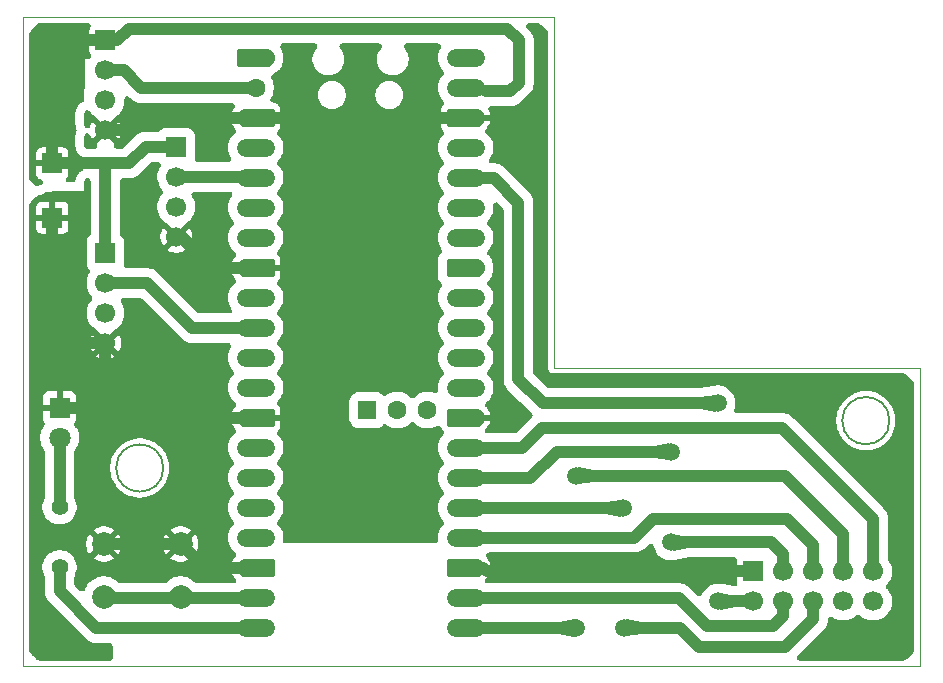
<source format=gbr>
%TF.GenerationSoftware,KiCad,Pcbnew,9.0.2*%
%TF.CreationDate,2025-07-08T09:36:54-03:00*%
%TF.ProjectId,RadProt_IOT,52616450-726f-4745-9f49-4f542e6b6963,rev?*%
%TF.SameCoordinates,Original*%
%TF.FileFunction,Profile,NP*%
%FSLAX46Y46*%
G04 Gerber Fmt 4.6, Leading zero omitted, Abs format (unit mm)*
G04 Created by KiCad (PCBNEW 9.0.2) date 2025-07-08 09:36:54*
%MOMM*%
%LPD*%
G01*
G04 APERTURE LIST*
G04 Aperture macros list*
%AMRoundRect*
0 Rectangle with rounded corners*
0 $1 Rounding radius*
0 $2 $3 $4 $5 $6 $7 $8 $9 X,Y pos of 4 corners*
0 Add a 4 corners polygon primitive as box body*
4,1,4,$2,$3,$4,$5,$6,$7,$8,$9,$2,$3,0*
0 Add four circle primitives for the rounded corners*
1,1,$1+$1,$2,$3*
1,1,$1+$1,$4,$5*
1,1,$1+$1,$6,$7*
1,1,$1+$1,$8,$9*
0 Add four rect primitives between the rounded corners*
20,1,$1+$1,$2,$3,$4,$5,0*
20,1,$1+$1,$4,$5,$6,$7,0*
20,1,$1+$1,$6,$7,$8,$9,0*
20,1,$1+$1,$8,$9,$2,$3,0*%
%AMFreePoly0*
4,1,37,0.800000,0.796148,0.878414,0.796148,1.032228,0.765552,1.177117,0.705537,1.307515,0.618408,1.418408,0.507515,1.505537,0.377117,1.565552,0.232228,1.596148,0.078414,1.596148,-0.078414,1.565552,-0.232228,1.505537,-0.377117,1.418408,-0.507515,1.307515,-0.618408,1.177117,-0.705537,1.032228,-0.765552,0.878414,-0.796148,0.800000,-0.796148,0.800000,-0.800000,-1.400000,-0.800000,
-1.403843,-0.796157,-1.439018,-0.796157,-1.511114,-0.766294,-1.566294,-0.711114,-1.596157,-0.639018,-1.596157,-0.603843,-1.600000,-0.600000,-1.600000,0.600000,-1.596157,0.603843,-1.596157,0.639018,-1.566294,0.711114,-1.511114,0.766294,-1.439018,0.796157,-1.403843,0.796157,-1.400000,0.800000,0.800000,0.800000,0.800000,0.796148,0.800000,0.796148,$1*%
%AMFreePoly1*
4,1,37,1.403843,0.796157,1.439018,0.796157,1.511114,0.766294,1.566294,0.711114,1.596157,0.639018,1.596157,0.603843,1.600000,0.600000,1.600000,-0.600000,1.596157,-0.603843,1.596157,-0.639018,1.566294,-0.711114,1.511114,-0.766294,1.439018,-0.796157,1.403843,-0.796157,1.400000,-0.800000,-0.800000,-0.800000,-0.800000,-0.796148,-0.878414,-0.796148,-1.032228,-0.765552,-1.177117,-0.705537,
-1.307515,-0.618408,-1.418408,-0.507515,-1.505537,-0.377117,-1.565552,-0.232228,-1.596148,-0.078414,-1.596148,0.078414,-1.565552,0.232228,-1.505537,0.377117,-1.418408,0.507515,-1.307515,0.618408,-1.177117,0.705537,-1.032228,0.765552,-0.878414,0.796148,-0.800000,0.796148,-0.800000,0.800000,1.400000,0.800000,1.403843,0.796157,1.403843,0.796157,$1*%
G04 Aperture macros list end*
%TA.AperFunction,Profile*%
%ADD10C,0.200000*%
%TD*%
%TA.AperFunction,Profile*%
%ADD11C,0.050000*%
%TD*%
%TA.AperFunction,ComponentPad*%
%ADD12R,1.700000X1.700000*%
%TD*%
%TA.AperFunction,ComponentPad*%
%ADD13C,1.700000*%
%TD*%
%TA.AperFunction,ComponentPad*%
%ADD14C,2.000000*%
%TD*%
%TA.AperFunction,ComponentPad*%
%ADD15FreePoly0,0.000000*%
%TD*%
%TA.AperFunction,ComponentPad*%
%ADD16C,1.600000*%
%TD*%
%TA.AperFunction,ComponentPad*%
%ADD17FreePoly1,0.000000*%
%TD*%
%TA.AperFunction,ComponentPad*%
%ADD18RoundRect,0.800000X-0.800000X-0.000010X0.800000X-0.000010X0.800000X0.000010X-0.800000X0.000010X0*%
%TD*%
%TA.AperFunction,ComponentPad*%
%ADD19RoundRect,0.200000X-0.600000X-0.600000X0.600000X-0.600000X0.600000X0.600000X-0.600000X0.600000X0*%
%TD*%
%TA.AperFunction,ComponentPad*%
%ADD20C,1.400000*%
%TD*%
%TA.AperFunction,ComponentPad*%
%ADD21R,1.800000X1.800000*%
%TD*%
%TA.AperFunction,ComponentPad*%
%ADD22C,1.800000*%
%TD*%
%TA.AperFunction,ViaPad*%
%ADD23C,1.500000*%
%TD*%
%TA.AperFunction,Conductor*%
%ADD24C,1.000000*%
%TD*%
G04 APERTURE END LIST*
D10*
X116900000Y-118200000D02*
G75*
G02*
X112900000Y-118200000I-2000000J0D01*
G01*
X112900000Y-118200000D02*
G75*
G02*
X116900000Y-118200000I2000000J0D01*
G01*
D11*
X150000000Y-80000000D02*
X105000000Y-80000000D01*
D10*
X178380000Y-114190000D02*
G75*
G02*
X174380000Y-114190000I-2000000J0D01*
G01*
X174380000Y-114190000D02*
G75*
G02*
X178380000Y-114190000I2000000J0D01*
G01*
D11*
X181000000Y-109690000D02*
X149974710Y-109690000D01*
X105000000Y-135000000D02*
X181000000Y-135000000D01*
X149974710Y-109690000D02*
X150000000Y-80000000D01*
X105000000Y-80000000D02*
X105000000Y-135000000D01*
X181000000Y-109690000D02*
X181000000Y-135000000D01*
D12*
%TO.P,UART3,1,Pin_1*%
%TO.N,+5V*%
X112000000Y-100000000D03*
D13*
%TO.P,UART3,2,Pin_2*%
%TO.N,/UART3_RX*%
X112000000Y-102540000D03*
%TO.P,UART3,3,Pin_3*%
%TO.N,N/C*%
X112000000Y-105080000D03*
%TO.P,UART3,4,Pin_4*%
%TO.N,GND*%
X112000000Y-107620000D03*
%TD*%
D12*
%TO.P,UART1,1,Pin_1*%
%TO.N,+5V*%
X112000000Y-82000000D03*
D13*
%TO.P,UART1,2,Pin_2*%
%TO.N,/UART0_RX*%
X112000000Y-84540000D03*
%TO.P,UART1,3,Pin_3*%
%TO.N,N/C*%
X112000000Y-87080000D03*
%TO.P,UART1,4,Pin_4*%
%TO.N,GND*%
X112000000Y-89620000D03*
%TD*%
D14*
%TO.P,SW1,1,1*%
%TO.N,GND*%
X111865000Y-124630000D03*
X118365000Y-124630000D03*
%TO.P,SW1,2,2*%
%TO.N,Net-(U1-GPIO14)*%
X111865000Y-129130000D03*
X118365000Y-129130000D03*
%TD*%
D13*
%TO.P,J1,CLKOUT,CLKOUT*%
%TO.N,unconnected-(J6-PadCLKOUT)*%
X177000000Y-129500000D03*
%TO.P,J1,CS,CS*%
%TO.N,Net-(U1-GPIO17)*%
X169380000Y-129500000D03*
D12*
%TO.P,J1,GND,GND*%
%TO.N,GND*%
X166840000Y-126960000D03*
D13*
%TO.P,J1,INT,INT*%
%TO.N,Net-(U1-GPIO21)*%
X177000000Y-126960000D03*
%TO.P,J1,RESET,RESET*%
%TO.N,Net-(U1-GPIO20)*%
X169380000Y-126960000D03*
%TO.P,J1,SCK,SCK*%
%TO.N,Net-(U1-GPIO18)*%
X171920000Y-126960000D03*
%TO.P,J1,SI,SI*%
%TO.N,Net-(U1-GPIO19)*%
X171920000Y-129500000D03*
%TO.P,J1,SO,SO*%
%TO.N,Net-(U1-GPIO16)*%
X174460000Y-126960000D03*
%TO.P,J1,VCC,VCC*%
%TO.N,Net-(U1-3V3)*%
X166840000Y-129500000D03*
%TO.P,J1,WOL,WOL*%
%TO.N,unconnected-(J6-PadWOL)*%
X174460000Y-129500000D03*
%TD*%
D12*
%TO.P,+5v,1,Pin_1*%
%TO.N,+5V*%
X107500000Y-92410000D03*
%TD*%
D15*
%TO.P,U1,1,GPIO0*%
%TO.N,/UART0_TX*%
X124710000Y-83460000D03*
D16*
%TO.P,U1,2,GPIO1*%
%TO.N,/UART0_RX*%
X124710000Y-86000000D03*
D17*
%TO.P,U1,3,GND*%
%TO.N,GND*%
X124710000Y-88540000D03*
D18*
%TO.P,U1,4,GPIO2*%
%TO.N,/UART2_TX*%
X124710000Y-91080000D03*
%TO.P,U1,5,GPIO3*%
%TO.N,/UART2_RX*%
X124710000Y-93620000D03*
%TO.P,U1,6,GPIO4*%
%TO.N,/UART1_TX*%
X124710000Y-96160000D03*
%TO.P,U1,7,GPIO5*%
%TO.N,/UART1_RX*%
X124710000Y-98700000D03*
D17*
%TO.P,U1,8,GND*%
%TO.N,GND*%
X124710000Y-101240000D03*
D18*
%TO.P,U1,9,GPIO6*%
%TO.N,/UART3_TX*%
X124710000Y-103780000D03*
%TO.P,U1,10,GPIO7*%
%TO.N,/UART3_RX*%
X124710000Y-106320000D03*
%TO.P,U1,11,GPIO8*%
%TO.N,unconnected-(U1-GPIO8-Pad11)*%
X124710000Y-108860000D03*
%TO.P,U1,12,GPIO9*%
%TO.N,unconnected-(U1-GPIO9-Pad12)*%
X124710000Y-111400000D03*
D17*
%TO.P,U1,13,GND*%
%TO.N,GND*%
X124710000Y-113940000D03*
D18*
%TO.P,U1,14,GPIO10*%
%TO.N,unconnected-(U1-GPIO10-Pad14)*%
X124710000Y-116480000D03*
%TO.P,U1,15,GPIO11*%
%TO.N,unconnected-(U1-GPIO11-Pad15)*%
X124710000Y-119020000D03*
%TO.P,U1,16,GPIO12*%
%TO.N,unconnected-(U1-GPIO12-Pad16)*%
X124710000Y-121560000D03*
%TO.P,U1,17,GPIO13*%
%TO.N,unconnected-(U1-GPIO13-Pad17)*%
X124710000Y-124100000D03*
D17*
%TO.P,U1,18,GND*%
%TO.N,GND*%
X124710000Y-126640000D03*
D18*
%TO.P,U1,19,GPIO14*%
%TO.N,Net-(U1-GPIO14)*%
X124710000Y-129180000D03*
%TO.P,U1,20,GPIO15*%
%TO.N,Net-(U1-GPIO15)*%
X124710000Y-131720000D03*
%TO.P,U1,21,GPIO16*%
%TO.N,Net-(U1-GPIO16)*%
X142490000Y-131720000D03*
%TO.P,U1,22,GPIO17*%
%TO.N,Net-(U1-GPIO17)*%
X142490000Y-129180000D03*
D15*
%TO.P,U1,23,GND*%
%TO.N,GND*%
X142490000Y-126640000D03*
D18*
%TO.P,U1,24,GPIO18*%
%TO.N,Net-(U1-GPIO18)*%
X142490000Y-124100000D03*
%TO.P,U1,25,GPIO19*%
%TO.N,Net-(U1-GPIO19)*%
X142490000Y-121560000D03*
%TO.P,U1,26,GPIO20*%
%TO.N,Net-(U1-GPIO20)*%
X142490000Y-119020000D03*
%TO.P,U1,27,GPIO21*%
%TO.N,Net-(U1-GPIO21)*%
X142490000Y-116480000D03*
D15*
%TO.P,U1,28,GND*%
%TO.N,GND*%
X142490000Y-113940000D03*
D18*
%TO.P,U1,29,GPIO22*%
%TO.N,unconnected-(U1-GPIO22-Pad29)*%
X142490000Y-111400000D03*
%TO.P,U1,30,RUN*%
%TO.N,unconnected-(U1-RUN-Pad30)*%
X142490000Y-108860000D03*
%TO.P,U1,31,GPIO26_ADC0*%
%TO.N,unconnected-(U1-GPIO26_ADC0-Pad31)*%
X142490000Y-106320000D03*
%TO.P,U1,32,GPIO27_ADC1*%
%TO.N,unconnected-(U1-GPIO27_ADC1-Pad32)*%
X142490000Y-103780000D03*
D15*
%TO.P,U1,33,AGND*%
%TO.N,unconnected-(U1-AGND-Pad33)*%
X142490000Y-101240000D03*
D18*
%TO.P,U1,34,GPIO28_ADC2*%
%TO.N,unconnected-(U1-GPIO28_ADC2-Pad34)*%
X142490000Y-98700000D03*
%TO.P,U1,35,ADC_VREF*%
%TO.N,unconnected-(U1-ADC_VREF-Pad35)*%
X142490000Y-96160000D03*
%TO.P,U1,36,3V3*%
%TO.N,Net-(U1-3V3)*%
X142490000Y-93620000D03*
%TO.P,U1,37,3V3_EN*%
%TO.N,unconnected-(U1-3V3_EN-Pad37)*%
X142490000Y-91080000D03*
D15*
%TO.P,U1,38,GND*%
%TO.N,GND*%
X142490000Y-88540000D03*
D18*
%TO.P,U1,39,VSYS*%
%TO.N,+5V*%
X142490000Y-86000000D03*
%TO.P,U1,40,VBUS*%
%TO.N,unconnected-(U1-VBUS-Pad40)*%
X142490000Y-83460000D03*
D19*
%TO.P,U1,D1*%
%TO.N,N/C*%
X134184100Y-113290000D03*
D16*
%TO.P,U1,D2*%
X136724100Y-113290000D03*
%TO.P,U1,D3*%
X139264100Y-113290000D03*
%TD*%
D12*
%TO.P,UART2,1,Pin_1*%
%TO.N,+5V*%
X118000000Y-91000000D03*
D13*
%TO.P,UART2,2,Pin_2*%
%TO.N,/UART2_RX*%
X118000000Y-93540000D03*
%TO.P,UART2,3,Pin_3*%
%TO.N,N/C*%
X118000000Y-96080000D03*
%TO.P,UART2,4,Pin_4*%
%TO.N,GND*%
X118000000Y-98620000D03*
%TD*%
D20*
%TO.P,R1,1*%
%TO.N,Net-(U1-GPIO15)*%
X108115000Y-126610000D03*
%TO.P,R1,2*%
%TO.N,Net-(D1-A)*%
X108115000Y-121530000D03*
%TD*%
D12*
%TO.P,GND,1,Pin_1*%
%TO.N,GND*%
X107500000Y-97000000D03*
%TD*%
D21*
%TO.P,D1,1,K*%
%TO.N,GND*%
X108115000Y-113100000D03*
D22*
%TO.P,D1,2,A*%
%TO.N,Net-(D1-A)*%
X108115000Y-115640000D03*
%TD*%
D23*
%TO.N,Net-(U1-3V3)*%
X163880000Y-129500000D03*
X163840000Y-112710000D03*
%TO.N,Net-(U1-GPIO19)*%
X155920000Y-131730000D03*
X155830000Y-121600000D03*
%TO.N,Net-(U1-GPIO20)*%
X159880000Y-116820000D03*
X159880000Y-124500000D03*
%TO.N,Net-(U1-GPIO16)*%
X151870000Y-131740000D03*
X151865000Y-118840000D03*
%TD*%
D24*
%TO.N,/UART3_RX*%
X119360000Y-106360000D02*
X123920000Y-106360000D01*
X115540000Y-102540000D02*
X119360000Y-106360000D01*
X112000000Y-102540000D02*
X115540000Y-102540000D01*
%TO.N,GND*%
X114976288Y-88580000D02*
X123920000Y-88580000D01*
X118365000Y-124630000D02*
X118375000Y-124630000D01*
X111865000Y-124630000D02*
X118365000Y-124630000D01*
X118500000Y-98620000D02*
X121160000Y-101280000D01*
X112000000Y-89620000D02*
X113936288Y-89620000D01*
X110620000Y-107620000D02*
X112000000Y-107620000D01*
X144280000Y-126960000D02*
X144000000Y-126680000D01*
X118375000Y-124630000D02*
X120425000Y-126680000D01*
X114480000Y-113980000D02*
X123920000Y-113980000D01*
X144000000Y-126680000D02*
X143300000Y-126680000D01*
X123920000Y-88580000D02*
X143300000Y-88580000D01*
X166840000Y-126960000D02*
X144280000Y-126960000D01*
X110400000Y-113100000D02*
X112000000Y-111500000D01*
X107500000Y-97000000D02*
X107500000Y-104500000D01*
X112000000Y-111500000D02*
X114480000Y-113980000D01*
X107500000Y-104500000D02*
X110620000Y-107620000D01*
X108115000Y-113100000D02*
X110400000Y-113100000D01*
X112000000Y-107620000D02*
X112000000Y-111500000D01*
X113936288Y-89620000D02*
X114976288Y-88580000D01*
X121160000Y-101280000D02*
X123920000Y-101280000D01*
X119960000Y-126680000D02*
X123920000Y-126680000D01*
X166560000Y-126680000D02*
X166840000Y-126960000D01*
%TO.N,/UART0_RX*%
X113540000Y-84540000D02*
X115040000Y-86040000D01*
X112000000Y-84540000D02*
X113540000Y-84540000D01*
X115040000Y-86040000D02*
X123920000Y-86040000D01*
%TO.N,/UART2_RX*%
X123800000Y-93540000D02*
X123920000Y-93660000D01*
X118000000Y-93540000D02*
X123800000Y-93540000D01*
%TO.N,+5V*%
X107500000Y-92410000D02*
X114000000Y-92410000D01*
X112000000Y-82000000D02*
X113001000Y-82000000D01*
X107500000Y-92410000D02*
X107500000Y-84650000D01*
X115410000Y-91000000D02*
X114000000Y-92410000D01*
X118000000Y-91000000D02*
X115410000Y-91000000D01*
X146295000Y-86295000D02*
X144185000Y-86295000D01*
X147000000Y-82000000D02*
X147000000Y-85590000D01*
X146001000Y-81001000D02*
X147000000Y-82000000D01*
X107500000Y-84650000D02*
X110150000Y-82000000D01*
X114000000Y-81001000D02*
X146001000Y-81001000D01*
X147000000Y-85590000D02*
X146295000Y-86295000D01*
X110150000Y-82000000D02*
X112000000Y-82000000D01*
X112000000Y-100000000D02*
X112000000Y-92410000D01*
X113001000Y-82000000D02*
X114000000Y-81001000D01*
%TO.N,Net-(D1-A)*%
X108115000Y-115640000D02*
X108115000Y-121530000D01*
%TO.N,Net-(U1-3V3)*%
X163840000Y-112710000D02*
X149010000Y-112710000D01*
X146970000Y-95720000D02*
X144910000Y-93660000D01*
X163880000Y-129500000D02*
X166840000Y-129500000D01*
X144910000Y-93660000D02*
X143300000Y-93660000D01*
X146970000Y-110670000D02*
X146970000Y-95720000D01*
X149010000Y-112710000D02*
X146970000Y-110670000D01*
%TO.N,Net-(U1-GPIO21)*%
X169319000Y-114819000D02*
X177000000Y-122500000D01*
X177000000Y-126960000D02*
X177000000Y-122500000D01*
X143300000Y-116520000D02*
X147253712Y-116520000D01*
X148954712Y-114819000D02*
X169319000Y-114819000D01*
X147253712Y-116520000D02*
X148954712Y-114819000D01*
%TO.N,Net-(U1-GPIO19)*%
X162232041Y-133352041D02*
X169559881Y-133352041D01*
X154810000Y-121600000D02*
X155830000Y-121600000D01*
X155920000Y-131730000D02*
X160610000Y-131730000D01*
X143300000Y-121600000D02*
X154810000Y-121600000D01*
X169559881Y-133352041D02*
X171920000Y-130991922D01*
X160610000Y-131730000D02*
X162232041Y-133352041D01*
X171920000Y-130991922D02*
X171920000Y-129500000D01*
%TO.N,Net-(U1-GPIO20)*%
X168489000Y-124609000D02*
X169380000Y-125500000D01*
X150210000Y-116820000D02*
X159920000Y-116820000D01*
X147970000Y-119060000D02*
X150210000Y-116820000D01*
X143300000Y-119060000D02*
X147970000Y-119060000D01*
X169380000Y-125500000D02*
X168380000Y-124500000D01*
X168380000Y-124500000D02*
X159880000Y-124500000D01*
X169380000Y-126960000D02*
X169380000Y-125500000D01*
%TO.N,Net-(U1-GPIO17)*%
X162957329Y-131601041D02*
X160576288Y-129220000D01*
X169380000Y-130702081D02*
X169380000Y-129500000D01*
X160576288Y-129220000D02*
X143300000Y-129220000D01*
X168481040Y-131601041D02*
X169380000Y-130702081D01*
X162957329Y-131601041D02*
X168481040Y-131601041D01*
X162957329Y-131601041D02*
X160756288Y-129400000D01*
%TO.N,Net-(U1-GPIO16)*%
X151866000Y-118839000D02*
X151865000Y-118840000D01*
X174460000Y-123750158D02*
X169549842Y-118840000D01*
X169549842Y-118840000D02*
X151865000Y-118840000D01*
X151620000Y-131760000D02*
X151880000Y-131500000D01*
X174460000Y-126960000D02*
X174460000Y-123750158D01*
X143300000Y-131760000D02*
X151620000Y-131760000D01*
%TO.N,Net-(U1-GPIO18)*%
X158380000Y-122500000D02*
X169720000Y-122500000D01*
X142490000Y-124100000D02*
X156780000Y-124100000D01*
X157445000Y-123435000D02*
X158380000Y-122500000D01*
X171920000Y-124700000D02*
X171920000Y-126960000D01*
X156780000Y-124100000D02*
X157445000Y-123435000D01*
X169720000Y-122500000D02*
X171920000Y-124700000D01*
X143300000Y-124140000D02*
X143460496Y-124300496D01*
%TO.N,Net-(U1-GPIO15)*%
X111235000Y-131760000D02*
X123920000Y-131760000D01*
X108115000Y-128640000D02*
X111235000Y-131760000D01*
X108115000Y-126610000D02*
X108115000Y-128640000D01*
%TO.N,Net-(U1-GPIO14)*%
X123920000Y-129220000D02*
X111490000Y-129220000D01*
%TD*%
%TA.AperFunction,Conductor*%
%TO.N,GND*%
G36*
X110595788Y-93679454D02*
G01*
X110676570Y-93733430D01*
X110730546Y-93814212D01*
X110749500Y-93909500D01*
X110749500Y-98385992D01*
X110730546Y-98481280D01*
X110676570Y-98562061D01*
X110557288Y-98681343D01*
X110465184Y-98830668D01*
X110410002Y-98997197D01*
X110410001Y-98997204D01*
X110399500Y-99099988D01*
X110399500Y-100900006D01*
X110410001Y-101002800D01*
X110465185Y-101169332D01*
X110465186Y-101169334D01*
X110494321Y-101216570D01*
X110539304Y-101289500D01*
X110557288Y-101318656D01*
X110610640Y-101372008D01*
X110664614Y-101452787D01*
X110683568Y-101548075D01*
X110664614Y-101643363D01*
X110636016Y-101694430D01*
X110631132Y-101701151D01*
X110516757Y-101925625D01*
X110438909Y-102165217D01*
X110399500Y-102414028D01*
X110399500Y-102665971D01*
X110438909Y-102914782D01*
X110438910Y-102914785D01*
X110516759Y-103154379D01*
X110631130Y-103378845D01*
X110779207Y-103582656D01*
X110830484Y-103633933D01*
X110884458Y-103714712D01*
X110903412Y-103810000D01*
X110884458Y-103905288D01*
X110830484Y-103986066D01*
X110779207Y-104037344D01*
X110779204Y-104037347D01*
X110631134Y-104241148D01*
X110631131Y-104241153D01*
X110631130Y-104241155D01*
X110630303Y-104242779D01*
X110516757Y-104465625D01*
X110438909Y-104705217D01*
X110399500Y-104954028D01*
X110399500Y-105205971D01*
X110438909Y-105454782D01*
X110438910Y-105454785D01*
X110516759Y-105694379D01*
X110631130Y-105918845D01*
X110779207Y-106122656D01*
X110957344Y-106300793D01*
X111161155Y-106448870D01*
X111177869Y-106457386D01*
X111191073Y-106466411D01*
X111199253Y-106474765D01*
X111232401Y-106498849D01*
X111870590Y-107137037D01*
X111807007Y-107154075D01*
X111692993Y-107219901D01*
X111599901Y-107312993D01*
X111534075Y-107427007D01*
X111517037Y-107490590D01*
X110890907Y-106864460D01*
X110883779Y-106859588D01*
X110845380Y-106912441D01*
X110845372Y-106912454D01*
X110748908Y-107101774D01*
X110748904Y-107101784D01*
X110683241Y-107303876D01*
X110650000Y-107513743D01*
X110650000Y-107726256D01*
X110683241Y-107936123D01*
X110748904Y-108138215D01*
X110748908Y-108138225D01*
X110845371Y-108327545D01*
X110845375Y-108327551D01*
X110884729Y-108381717D01*
X111517037Y-107749408D01*
X111534075Y-107812993D01*
X111599901Y-107927007D01*
X111692993Y-108020099D01*
X111807007Y-108085925D01*
X111870589Y-108102962D01*
X111238282Y-108735269D01*
X111238282Y-108735270D01*
X111292448Y-108774624D01*
X111481774Y-108871091D01*
X111481784Y-108871095D01*
X111683876Y-108936758D01*
X111893743Y-108969999D01*
X111893756Y-108970000D01*
X112106244Y-108970000D01*
X112106256Y-108969999D01*
X112316123Y-108936758D01*
X112518215Y-108871095D01*
X112518224Y-108871091D01*
X112707551Y-108774624D01*
X112761716Y-108735270D01*
X112129408Y-108102962D01*
X112192993Y-108085925D01*
X112307007Y-108020099D01*
X112400099Y-107927007D01*
X112465925Y-107812993D01*
X112482962Y-107749408D01*
X113115270Y-108381716D01*
X113154624Y-108327551D01*
X113251091Y-108138224D01*
X113251095Y-108138215D01*
X113316758Y-107936123D01*
X113349999Y-107726256D01*
X113350000Y-107726244D01*
X113350000Y-107513755D01*
X113349999Y-107513743D01*
X113316758Y-107303876D01*
X113251095Y-107101784D01*
X113251091Y-107101774D01*
X113154624Y-106912448D01*
X113115270Y-106858282D01*
X113115268Y-106858282D01*
X112482962Y-107490589D01*
X112465925Y-107427007D01*
X112400099Y-107312993D01*
X112307007Y-107219901D01*
X112192993Y-107154075D01*
X112129407Y-107137037D01*
X112767593Y-106498852D01*
X112830615Y-106453063D01*
X112836384Y-106450123D01*
X112866307Y-106441683D01*
X112888114Y-106414022D01*
X112903448Y-106401932D01*
X113042656Y-106300793D01*
X113220793Y-106122656D01*
X113368870Y-105918845D01*
X113483241Y-105694379D01*
X113561090Y-105454785D01*
X113581881Y-105323513D01*
X113600499Y-105205971D01*
X113600500Y-105205959D01*
X113600500Y-104954040D01*
X113600499Y-104954028D01*
X113561090Y-104705217D01*
X113561090Y-104705215D01*
X113483241Y-104465621D01*
X113368870Y-104241155D01*
X113368866Y-104241150D01*
X113368865Y-104241147D01*
X113328696Y-104185860D01*
X113288020Y-104097629D01*
X113284205Y-104000549D01*
X113317832Y-103909399D01*
X113383780Y-103838056D01*
X113472011Y-103797380D01*
X113530140Y-103790500D01*
X114918886Y-103790500D01*
X115014174Y-103809454D01*
X115094956Y-103863430D01*
X118545354Y-107313828D01*
X118704595Y-107429524D01*
X118879974Y-107518884D01*
X118944067Y-107539709D01*
X119067174Y-107579709D01*
X119261583Y-107610500D01*
X119261584Y-107610500D01*
X119458417Y-107610500D01*
X122412066Y-107610500D01*
X122507354Y-107629454D01*
X122588136Y-107683430D01*
X122642112Y-107764212D01*
X122661066Y-107859500D01*
X122642112Y-107954788D01*
X122625155Y-107988317D01*
X122518356Y-108164982D01*
X122424890Y-108397220D01*
X122424886Y-108397233D01*
X122369886Y-108641436D01*
X122359500Y-108788547D01*
X122359500Y-108931452D01*
X122369886Y-109078563D01*
X122424886Y-109322766D01*
X122424890Y-109322779D01*
X122518355Y-109555014D01*
X122647867Y-109769253D01*
X122816565Y-109967579D01*
X122814405Y-109969415D01*
X122858035Y-110034712D01*
X122876989Y-110130000D01*
X122858035Y-110225288D01*
X122814405Y-110290584D01*
X122816565Y-110292421D01*
X122647867Y-110490746D01*
X122518355Y-110704985D01*
X122424890Y-110937220D01*
X122424886Y-110937233D01*
X122369886Y-111181436D01*
X122359500Y-111328547D01*
X122359500Y-111471452D01*
X122369886Y-111618563D01*
X122424886Y-111862766D01*
X122424890Y-111862779D01*
X122518355Y-112095014D01*
X122647867Y-112309253D01*
X122810057Y-112499928D01*
X122810064Y-112499936D01*
X122810070Y-112499941D01*
X122810071Y-112499942D01*
X122979725Y-112644251D01*
X123040027Y-112720427D01*
X123066587Y-112813881D01*
X123055361Y-112910386D01*
X123008060Y-112995248D01*
X122994465Y-113009985D01*
X122931517Y-113072933D01*
X122931498Y-113072954D01*
X122868713Y-113149458D01*
X122781157Y-113280494D01*
X122734484Y-113367814D01*
X122674187Y-113513385D01*
X122674179Y-113513406D01*
X122645447Y-113608122D01*
X122629161Y-113690000D01*
X124276988Y-113690000D01*
X124244075Y-113747007D01*
X124210000Y-113874174D01*
X124210000Y-114005826D01*
X124244075Y-114132993D01*
X124276988Y-114190000D01*
X122629161Y-114190000D01*
X122645447Y-114271877D01*
X122674179Y-114366593D01*
X122674187Y-114366614D01*
X122734484Y-114512185D01*
X122781157Y-114599505D01*
X122868713Y-114730541D01*
X122931498Y-114807045D01*
X122931507Y-114807055D01*
X122994464Y-114870012D01*
X123048440Y-114950794D01*
X123067394Y-115046082D01*
X123048440Y-115141370D01*
X122994464Y-115222152D01*
X122979726Y-115235748D01*
X122810066Y-115380062D01*
X122810057Y-115380071D01*
X122647867Y-115570746D01*
X122518355Y-115784985D01*
X122424890Y-116017220D01*
X122424886Y-116017233D01*
X122369886Y-116261436D01*
X122359500Y-116408547D01*
X122359500Y-116551452D01*
X122369886Y-116698563D01*
X122424886Y-116942766D01*
X122424890Y-116942779D01*
X122518355Y-117175014D01*
X122647867Y-117389253D01*
X122816565Y-117587579D01*
X122814405Y-117589415D01*
X122858035Y-117654712D01*
X122876989Y-117750000D01*
X122858035Y-117845288D01*
X122814405Y-117910584D01*
X122816565Y-117912421D01*
X122647867Y-118110746D01*
X122518355Y-118324985D01*
X122424890Y-118557220D01*
X122424886Y-118557233D01*
X122369886Y-118801436D01*
X122359500Y-118948547D01*
X122359500Y-119091452D01*
X122369886Y-119238563D01*
X122424886Y-119482766D01*
X122424890Y-119482779D01*
X122518355Y-119715014D01*
X122647867Y-119929253D01*
X122816565Y-120127579D01*
X122814405Y-120129415D01*
X122858035Y-120194712D01*
X122876989Y-120290000D01*
X122858035Y-120385288D01*
X122814405Y-120450584D01*
X122816565Y-120452421D01*
X122647867Y-120650746D01*
X122518355Y-120864985D01*
X122424890Y-121097220D01*
X122424886Y-121097233D01*
X122369886Y-121341436D01*
X122359500Y-121488547D01*
X122359500Y-121631452D01*
X122369886Y-121778563D01*
X122424886Y-122022766D01*
X122424890Y-122022779D01*
X122518355Y-122255014D01*
X122647867Y-122469253D01*
X122816565Y-122667579D01*
X122814405Y-122669415D01*
X122858035Y-122734712D01*
X122876989Y-122830000D01*
X122858035Y-122925288D01*
X122814405Y-122990584D01*
X122816565Y-122992421D01*
X122647867Y-123190746D01*
X122518355Y-123404985D01*
X122424890Y-123637220D01*
X122424886Y-123637233D01*
X122369886Y-123881436D01*
X122359500Y-124028547D01*
X122359500Y-124171452D01*
X122369886Y-124318563D01*
X122424886Y-124562766D01*
X122424890Y-124562779D01*
X122518355Y-124795014D01*
X122647867Y-125009253D01*
X122784195Y-125169524D01*
X122810064Y-125199936D01*
X122810070Y-125199941D01*
X122810071Y-125199942D01*
X122979725Y-125344251D01*
X123040027Y-125420427D01*
X123066587Y-125513881D01*
X123055361Y-125610386D01*
X123008060Y-125695248D01*
X122994465Y-125709985D01*
X122931517Y-125772933D01*
X122931498Y-125772954D01*
X122868713Y-125849458D01*
X122781157Y-125980494D01*
X122734484Y-126067814D01*
X122674187Y-126213385D01*
X122674179Y-126213406D01*
X122645447Y-126308122D01*
X122629161Y-126390000D01*
X124276988Y-126390000D01*
X124244075Y-126447007D01*
X124210000Y-126574174D01*
X124210000Y-126705826D01*
X124244075Y-126832993D01*
X124276988Y-126890000D01*
X122629161Y-126890000D01*
X122645447Y-126971877D01*
X122674179Y-127066593D01*
X122674187Y-127066614D01*
X122734484Y-127212185D01*
X122781157Y-127299505D01*
X122868713Y-127430541D01*
X122931498Y-127507045D01*
X122931507Y-127507055D01*
X122968882Y-127544430D01*
X123022858Y-127625212D01*
X123041812Y-127720500D01*
X123022858Y-127815788D01*
X122968882Y-127896570D01*
X122888100Y-127950546D01*
X122792812Y-127969500D01*
X119783220Y-127969500D01*
X119687932Y-127950546D01*
X119607151Y-127896571D01*
X119568412Y-127857832D01*
X119521661Y-127811081D01*
X119521656Y-127811077D01*
X119521655Y-127811076D01*
X119339621Y-127671396D01*
X119339622Y-127671396D01*
X119339612Y-127671389D01*
X119339602Y-127671383D01*
X119140893Y-127556658D01*
X119140882Y-127556653D01*
X118928885Y-127468841D01*
X118785944Y-127430541D01*
X118707238Y-127409452D01*
X118707235Y-127409451D01*
X118707236Y-127409451D01*
X118479734Y-127379500D01*
X118250266Y-127379500D01*
X118022765Y-127409451D01*
X117801114Y-127468841D01*
X117589117Y-127556653D01*
X117589106Y-127556658D01*
X117390397Y-127671383D01*
X117390378Y-127671396D01*
X117208344Y-127811076D01*
X117122849Y-127896571D01*
X117042067Y-127950547D01*
X116946780Y-127969500D01*
X113283220Y-127969500D01*
X113187932Y-127950546D01*
X113107151Y-127896571D01*
X113068412Y-127857832D01*
X113021661Y-127811081D01*
X113021656Y-127811077D01*
X113021655Y-127811076D01*
X112839621Y-127671396D01*
X112839622Y-127671396D01*
X112839612Y-127671389D01*
X112839602Y-127671383D01*
X112640893Y-127556658D01*
X112640882Y-127556653D01*
X112428885Y-127468841D01*
X112285944Y-127430541D01*
X112207238Y-127409452D01*
X112207235Y-127409451D01*
X112207236Y-127409451D01*
X111979734Y-127379500D01*
X111750266Y-127379500D01*
X111522765Y-127409451D01*
X111301114Y-127468841D01*
X111089117Y-127556653D01*
X111089106Y-127556658D01*
X110890397Y-127671383D01*
X110890378Y-127671396D01*
X110708344Y-127811076D01*
X110546076Y-127973344D01*
X110406396Y-128155378D01*
X110406383Y-128155397D01*
X110291658Y-128354106D01*
X110291655Y-128354112D01*
X110230976Y-128500605D01*
X110176999Y-128581386D01*
X110096217Y-128635362D01*
X110000929Y-128654316D01*
X109905641Y-128635362D01*
X109824860Y-128581386D01*
X109438430Y-128194956D01*
X109384454Y-128114174D01*
X109365500Y-128018886D01*
X109365500Y-127410536D01*
X109384454Y-127315248D01*
X109392639Y-127297492D01*
X109408172Y-127267007D01*
X109459231Y-127166799D01*
X109529784Y-126949660D01*
X109565500Y-126724157D01*
X109565500Y-126495843D01*
X109529784Y-126270340D01*
X109459231Y-126053201D01*
X109355579Y-125849772D01*
X109221379Y-125665063D01*
X109059937Y-125503621D01*
X108875228Y-125369421D01*
X108875224Y-125369419D01*
X108875224Y-125369418D01*
X108671799Y-125265769D01*
X108671794Y-125265767D01*
X108551048Y-125226534D01*
X108454660Y-125195216D01*
X108454658Y-125195215D01*
X108454656Y-125195215D01*
X108229168Y-125159501D01*
X108229159Y-125159500D01*
X108229157Y-125159500D01*
X108000843Y-125159500D01*
X108000840Y-125159500D01*
X108000831Y-125159501D01*
X107775343Y-125195215D01*
X107558205Y-125265767D01*
X107558200Y-125265769D01*
X107354775Y-125369418D01*
X107354774Y-125369419D01*
X107354772Y-125369421D01*
X107284569Y-125420427D01*
X107170065Y-125503619D01*
X107008619Y-125665065D01*
X106987024Y-125694788D01*
X106874650Y-125849458D01*
X106874420Y-125849774D01*
X106874418Y-125849775D01*
X106770769Y-126053200D01*
X106770767Y-126053205D01*
X106700215Y-126270343D01*
X106664501Y-126495831D01*
X106664500Y-126495847D01*
X106664500Y-126724152D01*
X106664501Y-126724168D01*
X106700215Y-126949656D01*
X106700216Y-126949660D01*
X106770769Y-127166799D01*
X106821828Y-127267007D01*
X106837361Y-127297492D01*
X106863732Y-127391000D01*
X106864500Y-127410536D01*
X106864500Y-128738412D01*
X106864501Y-128738428D01*
X106895290Y-128932823D01*
X106931982Y-129045751D01*
X106956116Y-129120026D01*
X107045476Y-129295405D01*
X107161172Y-129454646D01*
X108731511Y-131024985D01*
X110281171Y-132574645D01*
X110281172Y-132574646D01*
X110281171Y-132574646D01*
X110414036Y-132707510D01*
X110420354Y-132713828D01*
X110579595Y-132829524D01*
X110754975Y-132918884D01*
X110754978Y-132918885D01*
X110754985Y-132918888D01*
X110880547Y-132959685D01*
X110880549Y-132959686D01*
X110901091Y-132966360D01*
X110942173Y-132979709D01*
X110942175Y-132979709D01*
X110942177Y-132979710D01*
X111066840Y-132999454D01*
X111136583Y-133010500D01*
X111333416Y-133010500D01*
X112351000Y-133010500D01*
X112446288Y-133029454D01*
X112527070Y-133083430D01*
X112581046Y-133164212D01*
X112600000Y-133259500D01*
X112600000Y-134250500D01*
X112581046Y-134345788D01*
X112527070Y-134426570D01*
X112446288Y-134480546D01*
X112351000Y-134499500D01*
X106427437Y-134499500D01*
X106399971Y-134494036D01*
X106371982Y-134493246D01*
X106352782Y-134484650D01*
X106332149Y-134480546D01*
X106283309Y-134453547D01*
X106245304Y-134426570D01*
X106141924Y-134353187D01*
X106120103Y-134335778D01*
X106005084Y-134232943D01*
X105890071Y-134130113D01*
X105870326Y-134110358D01*
X105789731Y-134020124D01*
X105664779Y-133880227D01*
X105647382Y-133858400D01*
X105585482Y-133771105D01*
X105546381Y-133715961D01*
X105506726Y-133627267D01*
X105500500Y-133571934D01*
X105500500Y-124511951D01*
X110365000Y-124511951D01*
X110365000Y-124748048D01*
X110365001Y-124748063D01*
X110401934Y-124981247D01*
X110474893Y-125205795D01*
X110582088Y-125416176D01*
X110642339Y-125499105D01*
X111341211Y-124800232D01*
X111352482Y-124842292D01*
X111424890Y-124967708D01*
X111527292Y-125070110D01*
X111652708Y-125142518D01*
X111694764Y-125153787D01*
X110995893Y-125852659D01*
X111078823Y-125912911D01*
X111289204Y-126020106D01*
X111513752Y-126093065D01*
X111746936Y-126129998D01*
X111746951Y-126130000D01*
X111983049Y-126130000D01*
X111983063Y-126129998D01*
X112216247Y-126093065D01*
X112440795Y-126020106D01*
X112651177Y-125912910D01*
X112734105Y-125852659D01*
X112035233Y-125153787D01*
X112077292Y-125142518D01*
X112202708Y-125070110D01*
X112305110Y-124967708D01*
X112377518Y-124842292D01*
X112388787Y-124800233D01*
X113087659Y-125499105D01*
X113147910Y-125416177D01*
X113255106Y-125205795D01*
X113328065Y-124981247D01*
X113364998Y-124748063D01*
X113365000Y-124748048D01*
X113365000Y-124511951D01*
X116865000Y-124511951D01*
X116865000Y-124748048D01*
X116865001Y-124748063D01*
X116901934Y-124981247D01*
X116974893Y-125205795D01*
X117082088Y-125416176D01*
X117142339Y-125499105D01*
X117841211Y-124800232D01*
X117852482Y-124842292D01*
X117924890Y-124967708D01*
X118027292Y-125070110D01*
X118152708Y-125142518D01*
X118194764Y-125153787D01*
X117495893Y-125852659D01*
X117578823Y-125912911D01*
X117789204Y-126020106D01*
X118013752Y-126093065D01*
X118246936Y-126129998D01*
X118246951Y-126130000D01*
X118483049Y-126130000D01*
X118483063Y-126129998D01*
X118716247Y-126093065D01*
X118940795Y-126020106D01*
X119151177Y-125912910D01*
X119234105Y-125852659D01*
X118535233Y-125153787D01*
X118577292Y-125142518D01*
X118702708Y-125070110D01*
X118805110Y-124967708D01*
X118877518Y-124842292D01*
X118888787Y-124800233D01*
X119587659Y-125499105D01*
X119647910Y-125416177D01*
X119755106Y-125205795D01*
X119828065Y-124981247D01*
X119864998Y-124748063D01*
X119865000Y-124748048D01*
X119865000Y-124511951D01*
X119864998Y-124511936D01*
X119828065Y-124278752D01*
X119755106Y-124054204D01*
X119647911Y-123843823D01*
X119587659Y-123760893D01*
X118888787Y-124459764D01*
X118877518Y-124417708D01*
X118805110Y-124292292D01*
X118702708Y-124189890D01*
X118577292Y-124117482D01*
X118535232Y-124106211D01*
X119234105Y-123407339D01*
X119151176Y-123347088D01*
X118940795Y-123239893D01*
X118716247Y-123166934D01*
X118483063Y-123130001D01*
X118483049Y-123130000D01*
X118246951Y-123130000D01*
X118246936Y-123130001D01*
X118013752Y-123166934D01*
X117789204Y-123239894D01*
X117789199Y-123239896D01*
X117578833Y-123347082D01*
X117495894Y-123407340D01*
X118194766Y-124106212D01*
X118152708Y-124117482D01*
X118027292Y-124189890D01*
X117924890Y-124292292D01*
X117852482Y-124417708D01*
X117841212Y-124459766D01*
X117142340Y-123760894D01*
X117082082Y-123843833D01*
X116974896Y-124054199D01*
X116974894Y-124054204D01*
X116901934Y-124278752D01*
X116865001Y-124511936D01*
X116865000Y-124511951D01*
X113365000Y-124511951D01*
X113364998Y-124511936D01*
X113328065Y-124278752D01*
X113255106Y-124054204D01*
X113147911Y-123843823D01*
X113087659Y-123760893D01*
X112388787Y-124459764D01*
X112377518Y-124417708D01*
X112305110Y-124292292D01*
X112202708Y-124189890D01*
X112077292Y-124117482D01*
X112035232Y-124106211D01*
X112734105Y-123407339D01*
X112651176Y-123347088D01*
X112440795Y-123239893D01*
X112216247Y-123166934D01*
X111983063Y-123130001D01*
X111983049Y-123130000D01*
X111746951Y-123130000D01*
X111746936Y-123130001D01*
X111513752Y-123166934D01*
X111289204Y-123239894D01*
X111289199Y-123239896D01*
X111078833Y-123347082D01*
X110995894Y-123407340D01*
X111694766Y-124106212D01*
X111652708Y-124117482D01*
X111527292Y-124189890D01*
X111424890Y-124292292D01*
X111352482Y-124417708D01*
X111341212Y-124459766D01*
X110642340Y-123760894D01*
X110582082Y-123843833D01*
X110474896Y-124054199D01*
X110474894Y-124054204D01*
X110401934Y-124278752D01*
X110365001Y-124511936D01*
X110365000Y-124511951D01*
X105500500Y-124511951D01*
X105500500Y-115510107D01*
X106464500Y-115510107D01*
X106464500Y-115769892D01*
X106464501Y-115769908D01*
X106505138Y-116026487D01*
X106505140Y-116026493D01*
X106585419Y-116273567D01*
X106585423Y-116273577D01*
X106703365Y-116505050D01*
X106722346Y-116531175D01*
X106815256Y-116659055D01*
X106816945Y-116661379D01*
X106857620Y-116749610D01*
X106864500Y-116807738D01*
X106864500Y-120729463D01*
X106845546Y-120824751D01*
X106837361Y-120842506D01*
X106770769Y-120973200D01*
X106770767Y-120973205D01*
X106700215Y-121190343D01*
X106664501Y-121415831D01*
X106664500Y-121415847D01*
X106664500Y-121644152D01*
X106664501Y-121644168D01*
X106700215Y-121869656D01*
X106770767Y-122086794D01*
X106770769Y-122086799D01*
X106874418Y-122290224D01*
X106874419Y-122290224D01*
X106874421Y-122290228D01*
X107008621Y-122474937D01*
X107170063Y-122636379D01*
X107354772Y-122770579D01*
X107354774Y-122770580D01*
X107354775Y-122770581D01*
X107454473Y-122821379D01*
X107558201Y-122874231D01*
X107775340Y-122944784D01*
X108000843Y-122980500D01*
X108000847Y-122980500D01*
X108229153Y-122980500D01*
X108229157Y-122980500D01*
X108454660Y-122944784D01*
X108671799Y-122874231D01*
X108875228Y-122770579D01*
X109059937Y-122636379D01*
X109221379Y-122474937D01*
X109355579Y-122290228D01*
X109459231Y-122086799D01*
X109529784Y-121869660D01*
X109565500Y-121644157D01*
X109565500Y-121415843D01*
X109529784Y-121190340D01*
X109459231Y-120973201D01*
X109392639Y-120842506D01*
X109366268Y-120748999D01*
X109365500Y-120729463D01*
X109365500Y-118059562D01*
X112399500Y-118059562D01*
X112399500Y-118340437D01*
X112430945Y-118619510D01*
X112493440Y-118893318D01*
X112586195Y-119158399D01*
X112586201Y-119158413D01*
X112708056Y-119411447D01*
X112708059Y-119411453D01*
X112857476Y-119649247D01*
X112893866Y-119694878D01*
X113032584Y-119868825D01*
X113231175Y-120067416D01*
X113309056Y-120129524D01*
X113450752Y-120242523D01*
X113688546Y-120391940D01*
X113688551Y-120391942D01*
X113688555Y-120391945D01*
X113941592Y-120513801D01*
X113941597Y-120513802D01*
X113941600Y-120513804D01*
X113985905Y-120529306D01*
X114206682Y-120606560D01*
X114480491Y-120669055D01*
X114654917Y-120688708D01*
X114759562Y-120700499D01*
X114759575Y-120700500D01*
X115040425Y-120700500D01*
X115040437Y-120700499D01*
X115119711Y-120691566D01*
X115319509Y-120669055D01*
X115593318Y-120606560D01*
X115858408Y-120513801D01*
X116111445Y-120391945D01*
X116349248Y-120242523D01*
X116568825Y-120067416D01*
X116767416Y-119868825D01*
X116942523Y-119649248D01*
X117091945Y-119411445D01*
X117213801Y-119158408D01*
X117306560Y-118893318D01*
X117369055Y-118619509D01*
X117391566Y-118419711D01*
X117400499Y-118340437D01*
X117400500Y-118340424D01*
X117400500Y-118059575D01*
X117400499Y-118059562D01*
X117376881Y-117849949D01*
X117369055Y-117780491D01*
X117306560Y-117506682D01*
X117213801Y-117241592D01*
X117091945Y-116988555D01*
X117091942Y-116988551D01*
X117091940Y-116988546D01*
X116942523Y-116750752D01*
X116900900Y-116698558D01*
X116767416Y-116531175D01*
X116568825Y-116332584D01*
X116349248Y-116157477D01*
X116349249Y-116157477D01*
X116349247Y-116157476D01*
X116111453Y-116008059D01*
X116111447Y-116008056D01*
X115858413Y-115886201D01*
X115858399Y-115886195D01*
X115670570Y-115820471D01*
X115593318Y-115793440D01*
X115593320Y-115793440D01*
X115319510Y-115730945D01*
X115040437Y-115699500D01*
X115040425Y-115699500D01*
X114759575Y-115699500D01*
X114759562Y-115699500D01*
X114480489Y-115730945D01*
X114206681Y-115793440D01*
X113941600Y-115886195D01*
X113941586Y-115886201D01*
X113688552Y-116008056D01*
X113688546Y-116008059D01*
X113450752Y-116157476D01*
X113231178Y-116332581D01*
X113231170Y-116332588D01*
X113032588Y-116531170D01*
X113032581Y-116531178D01*
X112857476Y-116750752D01*
X112708059Y-116988546D01*
X112708056Y-116988552D01*
X112586201Y-117241586D01*
X112586195Y-117241600D01*
X112493440Y-117506681D01*
X112430945Y-117780489D01*
X112399500Y-118059562D01*
X109365500Y-118059562D01*
X109365500Y-116807738D01*
X109384454Y-116712450D01*
X109413055Y-116661379D01*
X109526634Y-116505051D01*
X109644579Y-116273572D01*
X109724860Y-116026493D01*
X109765500Y-115769897D01*
X109765500Y-115510103D01*
X109724860Y-115253507D01*
X109644579Y-115006428D01*
X109554896Y-114830417D01*
X109526634Y-114774949D01*
X109463270Y-114687736D01*
X109404477Y-114606814D01*
X109363803Y-114518585D01*
X109359989Y-114421505D01*
X109393615Y-114330355D01*
X109406590Y-114311234D01*
X109458353Y-114242088D01*
X109508596Y-114107378D01*
X109508598Y-114107371D01*
X109514999Y-114047832D01*
X109515000Y-114047825D01*
X109515000Y-113350001D01*
X109514999Y-113350000D01*
X108490278Y-113350000D01*
X108534333Y-113273694D01*
X108565000Y-113159244D01*
X108565000Y-113040756D01*
X108534333Y-112926306D01*
X108490278Y-112850000D01*
X109514999Y-112850000D01*
X109515000Y-112849999D01*
X109515000Y-112152175D01*
X109514999Y-112152167D01*
X109508598Y-112092628D01*
X109508596Y-112092621D01*
X109458353Y-111957912D01*
X109372189Y-111842812D01*
X109372187Y-111842810D01*
X109257087Y-111756646D01*
X109122378Y-111706403D01*
X109122371Y-111706401D01*
X109062832Y-111700000D01*
X108365001Y-111700000D01*
X108365000Y-111700001D01*
X108365000Y-112724722D01*
X108288694Y-112680667D01*
X108174244Y-112650000D01*
X108055756Y-112650000D01*
X107941306Y-112680667D01*
X107865000Y-112724722D01*
X107865000Y-111700001D01*
X107864999Y-111700000D01*
X107167167Y-111700000D01*
X107107628Y-111706401D01*
X107107621Y-111706403D01*
X106972912Y-111756646D01*
X106857812Y-111842810D01*
X106857810Y-111842812D01*
X106771646Y-111957912D01*
X106721403Y-112092621D01*
X106721401Y-112092628D01*
X106715000Y-112152167D01*
X106715000Y-112849999D01*
X106715001Y-112850000D01*
X107739722Y-112850000D01*
X107695667Y-112926306D01*
X107665000Y-113040756D01*
X107665000Y-113159244D01*
X107695667Y-113273694D01*
X107739722Y-113350000D01*
X106715001Y-113350000D01*
X106715000Y-113350001D01*
X106715000Y-114047832D01*
X106721401Y-114107371D01*
X106721403Y-114107378D01*
X106771647Y-114242090D01*
X106823410Y-114311236D01*
X106865341Y-114398877D01*
X106870542Y-114495892D01*
X106838220Y-114587513D01*
X106825521Y-114606815D01*
X106703368Y-114774944D01*
X106703365Y-114774948D01*
X106585423Y-115006422D01*
X106585419Y-115006432D01*
X106505140Y-115253506D01*
X106505138Y-115253512D01*
X106464501Y-115510091D01*
X106464500Y-115510107D01*
X105500500Y-115510107D01*
X105500500Y-96102167D01*
X106150000Y-96102167D01*
X106150000Y-96749999D01*
X106150001Y-96750000D01*
X107066988Y-96750000D01*
X107034075Y-96807007D01*
X107000000Y-96934174D01*
X107000000Y-97065826D01*
X107034075Y-97192993D01*
X107066988Y-97250000D01*
X106150001Y-97250000D01*
X106150000Y-97250001D01*
X106150000Y-97897832D01*
X106156401Y-97957371D01*
X106156403Y-97957378D01*
X106206646Y-98092087D01*
X106292810Y-98207187D01*
X106292812Y-98207189D01*
X106407912Y-98293353D01*
X106542621Y-98343596D01*
X106542628Y-98343598D01*
X106602167Y-98349999D01*
X106602175Y-98350000D01*
X107249999Y-98350000D01*
X107250000Y-98349999D01*
X107250000Y-97433012D01*
X107307007Y-97465925D01*
X107434174Y-97500000D01*
X107565826Y-97500000D01*
X107692993Y-97465925D01*
X107750000Y-97433012D01*
X107750000Y-98349999D01*
X107750001Y-98350000D01*
X108397825Y-98350000D01*
X108397832Y-98349999D01*
X108457371Y-98343598D01*
X108457378Y-98343596D01*
X108592087Y-98293353D01*
X108707187Y-98207189D01*
X108707189Y-98207187D01*
X108793353Y-98092087D01*
X108843596Y-97957378D01*
X108843598Y-97957371D01*
X108849999Y-97897832D01*
X108850000Y-97897825D01*
X108850000Y-97250001D01*
X108849999Y-97250000D01*
X107933012Y-97250000D01*
X107965925Y-97192993D01*
X108000000Y-97065826D01*
X108000000Y-96934174D01*
X107965925Y-96807007D01*
X107933012Y-96750000D01*
X108849999Y-96750000D01*
X108850000Y-96749999D01*
X108850000Y-96102175D01*
X108849999Y-96102167D01*
X108843598Y-96042628D01*
X108843596Y-96042621D01*
X108793353Y-95907912D01*
X108707189Y-95792812D01*
X108707187Y-95792810D01*
X108592087Y-95706646D01*
X108457378Y-95656403D01*
X108457371Y-95656401D01*
X108397832Y-95650000D01*
X107750001Y-95650000D01*
X107750000Y-95650001D01*
X107750000Y-96566988D01*
X107692993Y-96534075D01*
X107565826Y-96500000D01*
X107434174Y-96500000D01*
X107307007Y-96534075D01*
X107250000Y-96566988D01*
X107250000Y-95650001D01*
X107249999Y-95650000D01*
X106602167Y-95650000D01*
X106542628Y-95656401D01*
X106542621Y-95656403D01*
X106407912Y-95706646D01*
X106292812Y-95792810D01*
X106292810Y-95792812D01*
X106206646Y-95907912D01*
X106156403Y-96042621D01*
X106156401Y-96042628D01*
X106150000Y-96102167D01*
X105500500Y-96102167D01*
X105500500Y-95983942D01*
X105519454Y-95888654D01*
X105552909Y-95831124D01*
X105662831Y-95689721D01*
X105682532Y-95667296D01*
X105883310Y-95464679D01*
X105905531Y-95444796D01*
X106129135Y-95267679D01*
X106153602Y-95250583D01*
X106396794Y-95101530D01*
X106423133Y-95087488D01*
X106682416Y-94968638D01*
X106710251Y-94957850D01*
X106981904Y-94870908D01*
X107010834Y-94863530D01*
X107290945Y-94809748D01*
X107320545Y-94805888D01*
X107612547Y-94785519D01*
X107627472Y-94784928D01*
X110220000Y-94760000D01*
X110220102Y-93909470D01*
X110230031Y-93859582D01*
X110239056Y-93814212D01*
X110239063Y-93814200D01*
X110239067Y-93814184D01*
X110267421Y-93771759D01*
X110293032Y-93733430D01*
X110293044Y-93733421D01*
X110293053Y-93733409D01*
X110333239Y-93706564D01*
X110373814Y-93679454D01*
X110373828Y-93679451D01*
X110373841Y-93679443D01*
X110469102Y-93660500D01*
X110500500Y-93660500D01*
X110595788Y-93679454D01*
G37*
%TD.AperFunction*%
%TA.AperFunction,Conductor*%
G36*
X148661421Y-80519454D02*
G01*
X148710129Y-80546360D01*
X148855672Y-80649534D01*
X148877511Y-80666938D01*
X149107895Y-80872705D01*
X149127659Y-80892461D01*
X149333508Y-81122748D01*
X149350941Y-81144605D01*
X149452358Y-81287547D01*
X149492037Y-81376228D01*
X149498279Y-81431842D01*
X149474279Y-109607541D01*
X149474265Y-109623900D01*
X149474210Y-109624108D01*
X149474210Y-109689513D01*
X149474210Y-109689935D01*
X149474153Y-109755476D01*
X149474207Y-109755881D01*
X149474210Y-109755892D01*
X149491230Y-109819413D01*
X149508154Y-109882789D01*
X149508261Y-109882975D01*
X149508318Y-109883186D01*
X149541072Y-109939918D01*
X149552607Y-109959936D01*
X149573951Y-109996978D01*
X149574164Y-109997256D01*
X149574206Y-109997310D01*
X149574210Y-109997314D01*
X149620501Y-110043605D01*
X149667055Y-110090238D01*
X149667062Y-110090242D01*
X149667389Y-110090493D01*
X149667396Y-110090500D01*
X149724494Y-110123465D01*
X149781127Y-110156227D01*
X149781130Y-110156228D01*
X149781519Y-110156389D01*
X149781524Y-110156392D01*
X149845021Y-110173405D01*
X149908392Y-110190444D01*
X149908609Y-110190444D01*
X149908818Y-110190500D01*
X149908822Y-110190500D01*
X149974284Y-110190500D01*
X150040176Y-110190556D01*
X150040176Y-110190555D01*
X150055732Y-110190569D01*
X150056799Y-110190500D01*
X179562726Y-110190500D01*
X179590215Y-110195968D01*
X179618228Y-110196765D01*
X179637403Y-110205354D01*
X179658014Y-110209454D01*
X179706889Y-110236478D01*
X179859944Y-110345166D01*
X179881747Y-110362567D01*
X180111581Y-110568102D01*
X180131312Y-110587845D01*
X180336703Y-110817816D01*
X180354098Y-110839642D01*
X180453611Y-110979967D01*
X180493271Y-111068657D01*
X180499500Y-111124004D01*
X180499500Y-133574054D01*
X180494041Y-133601494D01*
X180493257Y-133629463D01*
X180484654Y-133648687D01*
X180480546Y-133669342D01*
X180453574Y-133718144D01*
X180353583Y-133859067D01*
X180336174Y-133880897D01*
X180130638Y-134110893D01*
X180110893Y-134130638D01*
X179880895Y-134336176D01*
X179859065Y-134353585D01*
X179718145Y-134453574D01*
X179629464Y-134493257D01*
X179574055Y-134499500D01*
X170782035Y-134499500D01*
X170686747Y-134480546D01*
X170605965Y-134426570D01*
X170551989Y-134345788D01*
X170533035Y-134250500D01*
X170551989Y-134155212D01*
X170605962Y-134074433D01*
X172873828Y-131806568D01*
X172989524Y-131647327D01*
X172997546Y-131631583D01*
X173078884Y-131471947D01*
X173132084Y-131308215D01*
X173139709Y-131284749D01*
X173170500Y-131090339D01*
X173170500Y-131012485D01*
X173172992Y-130995003D01*
X173183355Y-130965512D01*
X173189454Y-130934852D01*
X173199316Y-130920091D01*
X173205202Y-130903343D01*
X173226061Y-130880063D01*
X173243430Y-130854070D01*
X173258193Y-130844205D01*
X173270038Y-130830987D01*
X173298216Y-130817463D01*
X173324212Y-130800094D01*
X173341624Y-130796630D01*
X173357628Y-130788950D01*
X173388837Y-130787239D01*
X173419500Y-130781140D01*
X173436912Y-130784603D01*
X173454637Y-130783632D01*
X173484127Y-130793995D01*
X173514788Y-130800094D01*
X173537198Y-130812644D01*
X173546297Y-130815842D01*
X173551945Y-130820903D01*
X173565860Y-130828696D01*
X173621147Y-130868865D01*
X173621150Y-130868866D01*
X173621155Y-130868870D01*
X173845621Y-130983241D01*
X174085215Y-131061090D01*
X174172729Y-131074951D01*
X174334028Y-131100499D01*
X174334035Y-131100499D01*
X174334038Y-131100500D01*
X174334041Y-131100500D01*
X174585959Y-131100500D01*
X174585962Y-131100500D01*
X174585965Y-131100499D01*
X174585971Y-131100499D01*
X174703513Y-131081881D01*
X174834785Y-131061090D01*
X175074379Y-130983241D01*
X175298845Y-130868870D01*
X175502656Y-130720793D01*
X175553933Y-130669515D01*
X175634712Y-130615542D01*
X175730000Y-130596588D01*
X175825288Y-130615542D01*
X175906066Y-130669515D01*
X175957344Y-130720793D01*
X176161155Y-130868870D01*
X176385621Y-130983241D01*
X176625215Y-131061090D01*
X176712729Y-131074951D01*
X176874028Y-131100499D01*
X176874035Y-131100499D01*
X176874038Y-131100500D01*
X176874041Y-131100500D01*
X177125959Y-131100500D01*
X177125962Y-131100500D01*
X177125965Y-131100499D01*
X177125971Y-131100499D01*
X177243513Y-131081881D01*
X177374785Y-131061090D01*
X177614379Y-130983241D01*
X177838845Y-130868870D01*
X178042656Y-130720793D01*
X178220793Y-130542656D01*
X178368870Y-130338845D01*
X178483241Y-130114379D01*
X178561090Y-129874785D01*
X178581881Y-129743513D01*
X178600499Y-129625971D01*
X178600500Y-129625959D01*
X178600500Y-129374040D01*
X178600499Y-129374028D01*
X178561090Y-129125217D01*
X178561090Y-129125215D01*
X178483241Y-128885621D01*
X178368870Y-128661155D01*
X178220793Y-128457344D01*
X178169515Y-128406066D01*
X178115542Y-128325288D01*
X178096588Y-128230000D01*
X178115542Y-128134712D01*
X178169515Y-128053933D01*
X178220793Y-128002656D01*
X178368870Y-127798845D01*
X178483241Y-127574379D01*
X178561090Y-127334785D01*
X178587697Y-127166799D01*
X178600499Y-127085971D01*
X178600500Y-127085959D01*
X178600500Y-126834040D01*
X178600499Y-126834028D01*
X178571825Y-126652993D01*
X178561090Y-126585215D01*
X178483241Y-126345621D01*
X178368870Y-126121155D01*
X178298053Y-126023684D01*
X178257380Y-125935454D01*
X178250500Y-125877327D01*
X178250500Y-122401587D01*
X178250498Y-122401571D01*
X178219710Y-122207180D01*
X178219709Y-122207176D01*
X178219709Y-122207174D01*
X178205578Y-122163685D01*
X178181694Y-122090178D01*
X178158884Y-122019975D01*
X178069524Y-121844595D01*
X177953828Y-121685354D01*
X177899910Y-121631436D01*
X177814646Y-121546171D01*
X177814646Y-121546172D01*
X177814645Y-121546171D01*
X174154646Y-117886172D01*
X170318036Y-114049562D01*
X173879500Y-114049562D01*
X173879500Y-114330437D01*
X173910945Y-114609510D01*
X173973440Y-114883318D01*
X174066195Y-115148399D01*
X174066201Y-115148413D01*
X174188056Y-115401447D01*
X174188059Y-115401453D01*
X174337476Y-115639247D01*
X174373866Y-115684878D01*
X174512584Y-115858825D01*
X174711175Y-116057416D01*
X174896811Y-116205456D01*
X174930752Y-116232523D01*
X175168546Y-116381940D01*
X175168551Y-116381942D01*
X175168555Y-116381945D01*
X175421592Y-116503801D01*
X175421597Y-116503802D01*
X175421600Y-116503804D01*
X175425161Y-116505050D01*
X175686682Y-116596560D01*
X175960491Y-116659055D01*
X176134917Y-116678708D01*
X176239562Y-116690499D01*
X176239575Y-116690500D01*
X176520425Y-116690500D01*
X176520437Y-116690499D01*
X176599711Y-116681566D01*
X176799509Y-116659055D01*
X177073318Y-116596560D01*
X177338408Y-116503801D01*
X177591445Y-116381945D01*
X177829248Y-116232523D01*
X178048825Y-116057416D01*
X178247416Y-115858825D01*
X178422523Y-115639248D01*
X178571945Y-115401445D01*
X178693801Y-115148408D01*
X178786560Y-114883318D01*
X178849055Y-114609509D01*
X178880500Y-114330425D01*
X178880500Y-114049575D01*
X178878310Y-114030140D01*
X178859723Y-113865172D01*
X178849055Y-113770491D01*
X178786560Y-113496682D01*
X178693801Y-113231592D01*
X178571945Y-112978555D01*
X178571942Y-112978551D01*
X178571940Y-112978546D01*
X178422523Y-112740752D01*
X178374607Y-112680667D01*
X178247416Y-112521175D01*
X178048825Y-112322584D01*
X177884066Y-112191193D01*
X177829247Y-112147476D01*
X177591453Y-111998059D01*
X177591447Y-111998056D01*
X177338413Y-111876201D01*
X177338399Y-111876195D01*
X177128537Y-111802762D01*
X177073318Y-111783440D01*
X177073320Y-111783440D01*
X176799510Y-111720945D01*
X176520437Y-111689500D01*
X176520425Y-111689500D01*
X176239575Y-111689500D01*
X176239562Y-111689500D01*
X175960489Y-111720945D01*
X175686681Y-111783440D01*
X175421600Y-111876195D01*
X175421586Y-111876201D01*
X175168552Y-111998056D01*
X175168546Y-111998059D01*
X174930752Y-112147476D01*
X174711178Y-112322581D01*
X174711170Y-112322588D01*
X174512588Y-112521170D01*
X174512581Y-112521178D01*
X174337476Y-112740752D01*
X174188059Y-112978546D01*
X174188056Y-112978552D01*
X174066201Y-113231586D01*
X174066195Y-113231600D01*
X173973440Y-113496681D01*
X173910945Y-113770489D01*
X173879500Y-114049562D01*
X170318036Y-114049562D01*
X170133646Y-113865172D01*
X169974405Y-113749476D01*
X169799026Y-113660116D01*
X169799023Y-113660115D01*
X169799021Y-113660114D01*
X169611823Y-113599290D01*
X169417428Y-113568501D01*
X169417419Y-113568500D01*
X169417417Y-113568500D01*
X169417413Y-113568500D01*
X165481495Y-113568500D01*
X165386207Y-113549546D01*
X165305425Y-113495570D01*
X165251449Y-113414788D01*
X165232495Y-113319500D01*
X165244682Y-113242555D01*
X165271751Y-113159244D01*
X165303553Y-113061368D01*
X165340500Y-112828092D01*
X165340500Y-112591908D01*
X165303553Y-112358632D01*
X165230568Y-112134008D01*
X165123343Y-111923567D01*
X165123341Y-111923564D01*
X165123340Y-111923562D01*
X164984521Y-111732495D01*
X164984519Y-111732493D01*
X164984517Y-111732490D01*
X164817510Y-111565483D01*
X164817506Y-111565480D01*
X164817504Y-111565478D01*
X164626437Y-111426659D01*
X164612747Y-111419683D01*
X164415992Y-111319432D01*
X164415989Y-111319431D01*
X164415987Y-111319430D01*
X164291079Y-111278845D01*
X164191368Y-111246447D01*
X164191366Y-111246446D01*
X164191364Y-111246446D01*
X163958103Y-111209501D01*
X163958094Y-111209500D01*
X163958092Y-111209500D01*
X163721908Y-111209500D01*
X163721905Y-111209500D01*
X163721896Y-111209501D01*
X163605226Y-111227980D01*
X163580658Y-111230630D01*
X163551545Y-111232314D01*
X163551539Y-111232315D01*
X162281445Y-111455735D01*
X162238306Y-111459500D01*
X149631114Y-111459500D01*
X149535826Y-111440546D01*
X149455044Y-111386570D01*
X148293430Y-110224956D01*
X148239454Y-110144174D01*
X148220500Y-110048886D01*
X148220500Y-95621587D01*
X148220498Y-95621571D01*
X148195798Y-95465621D01*
X148189709Y-95427174D01*
X148132385Y-95250750D01*
X148128884Y-95239974D01*
X148075289Y-95134788D01*
X148039526Y-95064598D01*
X148039525Y-95064597D01*
X148039524Y-95064595D01*
X147923828Y-94905354D01*
X145724646Y-92706172D01*
X145565405Y-92590476D01*
X145390026Y-92501116D01*
X145390023Y-92501115D01*
X145390021Y-92501114D01*
X145202823Y-92440290D01*
X145008428Y-92409501D01*
X145008419Y-92409500D01*
X145008417Y-92409500D01*
X145008413Y-92409500D01*
X144733364Y-92409500D01*
X144638076Y-92390546D01*
X144557294Y-92336570D01*
X144503318Y-92255788D01*
X144484364Y-92160500D01*
X144503318Y-92065212D01*
X144543696Y-91999171D01*
X144552132Y-91989252D01*
X144552134Y-91989250D01*
X144681644Y-91775015D01*
X144775110Y-91542779D01*
X144830114Y-91298558D01*
X144840500Y-91151446D01*
X144840500Y-91008554D01*
X144830114Y-90861442D01*
X144811861Y-90780399D01*
X144775113Y-90617233D01*
X144775111Y-90617229D01*
X144775110Y-90617221D01*
X144681644Y-90384985D01*
X144552134Y-90170750D01*
X144552132Y-90170746D01*
X144389942Y-89980071D01*
X144389941Y-89980070D01*
X144389936Y-89980064D01*
X144389928Y-89980057D01*
X144220274Y-89835748D01*
X144159972Y-89759572D01*
X144133412Y-89666118D01*
X144144638Y-89569613D01*
X144191939Y-89484751D01*
X144205537Y-89470011D01*
X144268483Y-89407064D01*
X144268501Y-89407045D01*
X144331286Y-89330541D01*
X144418842Y-89199505D01*
X144465515Y-89112185D01*
X144525812Y-88966614D01*
X144525820Y-88966593D01*
X144554552Y-88871877D01*
X144570839Y-88790000D01*
X142923012Y-88790000D01*
X142955925Y-88732993D01*
X142990000Y-88605826D01*
X142990000Y-88474174D01*
X142955925Y-88347007D01*
X142923012Y-88290000D01*
X144570839Y-88290000D01*
X144554552Y-88208122D01*
X144525820Y-88113406D01*
X144525812Y-88113385D01*
X144465512Y-87967805D01*
X144435618Y-87911878D01*
X144407415Y-87818906D01*
X144416938Y-87722219D01*
X144462736Y-87636536D01*
X144537838Y-87574902D01*
X144630810Y-87546699D01*
X144655216Y-87545500D01*
X146393413Y-87545500D01*
X146393417Y-87545500D01*
X146587826Y-87514709D01*
X146775026Y-87453884D01*
X146950405Y-87364524D01*
X147109646Y-87248828D01*
X147953829Y-86404645D01*
X148069524Y-86245405D01*
X148158884Y-86070025D01*
X148219709Y-85882826D01*
X148220478Y-85877973D01*
X148250500Y-85688417D01*
X148250500Y-81901583D01*
X148219709Y-81707174D01*
X148158884Y-81519975D01*
X148115054Y-81433954D01*
X148069524Y-81344594D01*
X147953828Y-81185354D01*
X147694040Y-80925566D01*
X147640067Y-80844788D01*
X147621113Y-80749500D01*
X147640067Y-80654212D01*
X147694043Y-80573430D01*
X147774825Y-80519454D01*
X147870113Y-80500500D01*
X148566133Y-80500500D01*
X148661421Y-80519454D01*
G37*
%TD.AperFunction*%
%TA.AperFunction,Conductor*%
G36*
X158191068Y-124595060D02*
G01*
X158220403Y-124596213D01*
X158238270Y-124604449D01*
X158257566Y-124608288D01*
X158281974Y-124624596D01*
X158308634Y-124636887D01*
X158321989Y-124651334D01*
X158338347Y-124662264D01*
X158354655Y-124686670D01*
X158374584Y-124708229D01*
X158381394Y-124726688D01*
X158392324Y-124743046D01*
X158408212Y-124799379D01*
X158416446Y-124851367D01*
X158489430Y-125075987D01*
X158489432Y-125075992D01*
X158582620Y-125258884D01*
X158596659Y-125286437D01*
X158735478Y-125477504D01*
X158735480Y-125477506D01*
X158735483Y-125477510D01*
X158902490Y-125644517D01*
X158902493Y-125644519D01*
X158902495Y-125644521D01*
X159093562Y-125783340D01*
X159093564Y-125783341D01*
X159093567Y-125783343D01*
X159304008Y-125890568D01*
X159528632Y-125963553D01*
X159761908Y-126000500D01*
X159761912Y-126000500D01*
X159998089Y-126000500D01*
X159998092Y-126000500D01*
X160114799Y-125982015D01*
X160139347Y-125979367D01*
X160168461Y-125977684D01*
X161438547Y-125754265D01*
X161481686Y-125750500D01*
X165246303Y-125750500D01*
X165341591Y-125769454D01*
X165422373Y-125823430D01*
X165476349Y-125904212D01*
X165495303Y-125999500D01*
X165493876Y-126026116D01*
X165490000Y-126062164D01*
X165490000Y-126709999D01*
X165490001Y-126710000D01*
X166406988Y-126710000D01*
X166374075Y-126767007D01*
X166340000Y-126894174D01*
X166340000Y-127025826D01*
X166374075Y-127152993D01*
X166406988Y-127210000D01*
X165490001Y-127210000D01*
X165490000Y-127210001D01*
X165490000Y-127857832D01*
X165498067Y-127932863D01*
X165494014Y-127933298D01*
X165496348Y-127999836D01*
X165462336Y-128090843D01*
X165396086Y-128161907D01*
X165307685Y-128202208D01*
X165210589Y-128205613D01*
X165207441Y-128205080D01*
X164389034Y-128061116D01*
X164168459Y-128022315D01*
X164168455Y-128022314D01*
X164168446Y-128022313D01*
X164168450Y-128022313D01*
X164103700Y-128015815D01*
X164089617Y-128013995D01*
X163998092Y-127999500D01*
X163761908Y-127999500D01*
X163761905Y-127999500D01*
X163761896Y-127999501D01*
X163528635Y-128036446D01*
X163304012Y-128109430D01*
X163093562Y-128216659D01*
X162902495Y-128355478D01*
X162735478Y-128522495D01*
X162596656Y-128713567D01*
X162496281Y-128910563D01*
X162436133Y-128986861D01*
X162351365Y-129034332D01*
X162254884Y-129045751D01*
X162161377Y-129019379D01*
X162098351Y-128973589D01*
X161570934Y-128446172D01*
X161570934Y-128446171D01*
X161390935Y-128266173D01*
X161367987Y-128249500D01*
X161231693Y-128150476D01*
X161056314Y-128061116D01*
X161056311Y-128061115D01*
X161056309Y-128061114D01*
X160869111Y-128000290D01*
X160674716Y-127969501D01*
X160674707Y-127969500D01*
X160674705Y-127969500D01*
X160674701Y-127969500D01*
X144407188Y-127969500D01*
X144311900Y-127950546D01*
X144231118Y-127896570D01*
X144177142Y-127815788D01*
X144158188Y-127720500D01*
X144177142Y-127625212D01*
X144231118Y-127544430D01*
X144268493Y-127507055D01*
X144268501Y-127507045D01*
X144331286Y-127430541D01*
X144418842Y-127299505D01*
X144465515Y-127212185D01*
X144525812Y-127066614D01*
X144525820Y-127066593D01*
X144554552Y-126971877D01*
X144570839Y-126890000D01*
X142923012Y-126890000D01*
X142955925Y-126832993D01*
X142990000Y-126705826D01*
X142990000Y-126574174D01*
X142955925Y-126447007D01*
X142923012Y-126390000D01*
X144570839Y-126390000D01*
X144554552Y-126308122D01*
X144525820Y-126213406D01*
X144525812Y-126213385D01*
X144465515Y-126067814D01*
X144418842Y-125980494D01*
X144331286Y-125849458D01*
X144268501Y-125772954D01*
X144264388Y-125768416D01*
X144265602Y-125767315D01*
X144217142Y-125694788D01*
X144198188Y-125599500D01*
X144217142Y-125504212D01*
X144271118Y-125423430D01*
X144351900Y-125369454D01*
X144447188Y-125350500D01*
X156878413Y-125350500D01*
X156878417Y-125350500D01*
X157072826Y-125319709D01*
X157260026Y-125258884D01*
X157435405Y-125169524D01*
X157594646Y-125053828D01*
X157986211Y-124662262D01*
X158010614Y-124645956D01*
X158032173Y-124626028D01*
X158050632Y-124619217D01*
X158066990Y-124608288D01*
X158095780Y-124602561D01*
X158123323Y-124592400D01*
X158142982Y-124593172D01*
X158162278Y-124589334D01*
X158191068Y-124595060D01*
G37*
%TD.AperFunction*%
%TA.AperFunction,Conductor*%
G36*
X129797752Y-82270454D02*
G01*
X129878534Y-82324430D01*
X129932510Y-82405212D01*
X129951464Y-82500500D01*
X129932510Y-82595788D01*
X129878534Y-82676570D01*
X129844897Y-82710206D01*
X129719950Y-82882182D01*
X129623441Y-83071592D01*
X129557753Y-83273759D01*
X129524500Y-83483703D01*
X129524500Y-83696296D01*
X129557753Y-83906240D01*
X129620638Y-84099781D01*
X129623443Y-84108412D01*
X129719949Y-84297816D01*
X129844896Y-84469792D01*
X129995208Y-84620104D01*
X130167184Y-84745051D01*
X130356588Y-84841557D01*
X130558757Y-84907246D01*
X130632601Y-84918941D01*
X130768703Y-84940499D01*
X130768710Y-84940499D01*
X130768713Y-84940500D01*
X130768716Y-84940500D01*
X130981284Y-84940500D01*
X130981287Y-84940500D01*
X130981290Y-84940499D01*
X130981296Y-84940499D01*
X131080476Y-84924789D01*
X131191243Y-84907246D01*
X131393412Y-84841557D01*
X131582816Y-84745051D01*
X131754792Y-84620104D01*
X131905104Y-84469792D01*
X132030051Y-84297816D01*
X132126557Y-84108412D01*
X132192246Y-83906243D01*
X132225500Y-83696287D01*
X132225500Y-83483713D01*
X132225499Y-83483710D01*
X132225499Y-83483703D01*
X132192246Y-83273759D01*
X132192246Y-83273757D01*
X132126557Y-83071588D01*
X132030051Y-82882184D01*
X131905104Y-82710208D01*
X131871466Y-82676570D01*
X131817490Y-82595788D01*
X131798536Y-82500500D01*
X131817490Y-82405212D01*
X131871466Y-82324430D01*
X131952248Y-82270454D01*
X132047536Y-82251500D01*
X135152464Y-82251500D01*
X135247752Y-82270454D01*
X135328534Y-82324430D01*
X135382510Y-82405212D01*
X135401464Y-82500500D01*
X135382510Y-82595788D01*
X135328534Y-82676570D01*
X135294897Y-82710206D01*
X135169950Y-82882182D01*
X135073441Y-83071592D01*
X135007753Y-83273759D01*
X134974500Y-83483703D01*
X134974500Y-83696296D01*
X135007753Y-83906240D01*
X135070638Y-84099781D01*
X135073443Y-84108412D01*
X135169949Y-84297816D01*
X135294896Y-84469792D01*
X135445208Y-84620104D01*
X135617184Y-84745051D01*
X135806588Y-84841557D01*
X136008757Y-84907246D01*
X136082601Y-84918941D01*
X136218703Y-84940499D01*
X136218710Y-84940499D01*
X136218713Y-84940500D01*
X136218716Y-84940500D01*
X136431284Y-84940500D01*
X136431287Y-84940500D01*
X136431290Y-84940499D01*
X136431296Y-84940499D01*
X136530476Y-84924789D01*
X136641243Y-84907246D01*
X136843412Y-84841557D01*
X137032816Y-84745051D01*
X137204792Y-84620104D01*
X137355104Y-84469792D01*
X137480051Y-84297816D01*
X137576557Y-84108412D01*
X137642246Y-83906243D01*
X137675500Y-83696287D01*
X137675500Y-83483713D01*
X137675499Y-83483710D01*
X137675499Y-83483703D01*
X137642246Y-83273759D01*
X137642246Y-83273757D01*
X137576557Y-83071588D01*
X137480051Y-82882184D01*
X137355104Y-82710208D01*
X137321466Y-82676570D01*
X137267490Y-82595788D01*
X137248536Y-82500500D01*
X137267490Y-82405212D01*
X137321466Y-82324430D01*
X137402248Y-82270454D01*
X137497536Y-82251500D01*
X140167281Y-82251500D01*
X140262569Y-82270454D01*
X140343351Y-82324430D01*
X140397327Y-82405212D01*
X140416281Y-82500500D01*
X140397327Y-82595788D01*
X140380370Y-82629318D01*
X140298355Y-82764985D01*
X140204890Y-82997220D01*
X140204886Y-82997233D01*
X140149886Y-83241436D01*
X140139500Y-83388547D01*
X140139500Y-83531452D01*
X140149886Y-83678563D01*
X140204886Y-83922766D01*
X140204890Y-83922779D01*
X140298355Y-84155014D01*
X140427867Y-84369253D01*
X140596565Y-84567579D01*
X140594405Y-84569415D01*
X140638035Y-84634712D01*
X140656989Y-84730000D01*
X140638035Y-84825288D01*
X140594405Y-84890584D01*
X140596565Y-84892421D01*
X140427867Y-85090746D01*
X140298355Y-85304985D01*
X140204890Y-85537220D01*
X140204886Y-85537233D01*
X140149886Y-85781436D01*
X140139500Y-85928547D01*
X140139500Y-86071452D01*
X140149886Y-86218563D01*
X140204886Y-86462766D01*
X140204890Y-86462779D01*
X140298355Y-86695014D01*
X140427867Y-86909253D01*
X140596565Y-87107579D01*
X140594707Y-87109159D01*
X140639460Y-87176137D01*
X140658414Y-87271425D01*
X140639460Y-87366713D01*
X140585487Y-87447491D01*
X140563352Y-87469626D01*
X140527237Y-87509831D01*
X140453884Y-87633463D01*
X140423443Y-87706957D01*
X140423434Y-87706980D01*
X140405456Y-87757940D01*
X140405456Y-87757942D01*
X140385000Y-87900221D01*
X140385000Y-88289999D01*
X140385001Y-88290000D01*
X142056988Y-88290000D01*
X142024075Y-88347007D01*
X141990000Y-88474174D01*
X141990000Y-88605826D01*
X142024075Y-88732993D01*
X142056988Y-88790000D01*
X140385001Y-88790000D01*
X140385000Y-88790001D01*
X140385000Y-89179789D01*
X140387893Y-89233761D01*
X140387894Y-89233769D01*
X140423441Y-89373040D01*
X140423441Y-89373041D01*
X140453878Y-89446522D01*
X140477221Y-89495313D01*
X140477222Y-89495314D01*
X140563354Y-89610374D01*
X140585484Y-89632504D01*
X140639460Y-89713286D01*
X140658414Y-89808574D01*
X140639460Y-89903862D01*
X140594713Y-89970845D01*
X140596565Y-89972421D01*
X140427867Y-90170746D01*
X140298355Y-90384985D01*
X140204890Y-90617220D01*
X140204886Y-90617233D01*
X140149886Y-90861436D01*
X140139500Y-91008547D01*
X140139500Y-91151452D01*
X140149886Y-91298563D01*
X140204886Y-91542766D01*
X140204890Y-91542779D01*
X140298355Y-91775014D01*
X140427867Y-91989253D01*
X140596565Y-92187579D01*
X140594405Y-92189415D01*
X140638035Y-92254712D01*
X140656989Y-92350000D01*
X140638035Y-92445288D01*
X140594405Y-92510584D01*
X140596565Y-92512421D01*
X140427867Y-92710746D01*
X140298355Y-92924985D01*
X140204890Y-93157220D01*
X140204886Y-93157233D01*
X140149886Y-93401436D01*
X140139500Y-93548547D01*
X140139500Y-93691452D01*
X140149886Y-93838563D01*
X140204886Y-94082766D01*
X140204890Y-94082779D01*
X140298355Y-94315014D01*
X140427867Y-94529253D01*
X140596565Y-94727579D01*
X140594405Y-94729415D01*
X140638035Y-94794712D01*
X140656989Y-94890000D01*
X140638035Y-94985288D01*
X140594405Y-95050584D01*
X140596565Y-95052421D01*
X140427867Y-95250746D01*
X140298355Y-95464985D01*
X140204890Y-95697220D01*
X140204886Y-95697233D01*
X140149886Y-95941436D01*
X140139500Y-96088547D01*
X140139500Y-96231452D01*
X140149886Y-96378563D01*
X140204886Y-96622766D01*
X140204890Y-96622779D01*
X140298355Y-96855014D01*
X140427867Y-97069253D01*
X140596565Y-97267579D01*
X140594405Y-97269415D01*
X140638035Y-97334712D01*
X140656989Y-97430000D01*
X140638035Y-97525288D01*
X140594405Y-97590584D01*
X140596565Y-97592421D01*
X140427867Y-97790746D01*
X140298355Y-98004985D01*
X140204890Y-98237220D01*
X140204886Y-98237233D01*
X140149886Y-98481436D01*
X140139500Y-98628547D01*
X140139500Y-98771452D01*
X140149886Y-98918563D01*
X140204886Y-99162766D01*
X140204890Y-99162779D01*
X140298355Y-99395014D01*
X140427867Y-99609252D01*
X140436048Y-99618870D01*
X140483348Y-99703733D01*
X140494572Y-99800237D01*
X140468011Y-99893691D01*
X140422452Y-99956266D01*
X140386234Y-99992484D01*
X140307943Y-100084420D01*
X140222456Y-100237595D01*
X140222454Y-100237598D01*
X140192008Y-100311103D01*
X140192004Y-100311115D01*
X140154866Y-100425982D01*
X140154864Y-100425995D01*
X140134500Y-100600218D01*
X140134500Y-101879781D01*
X140144148Y-102000136D01*
X140192006Y-102168889D01*
X140192009Y-102168899D01*
X140222453Y-102242400D01*
X140243814Y-102284173D01*
X140277429Y-102349911D01*
X140277431Y-102349913D01*
X140277433Y-102349917D01*
X140386233Y-102487515D01*
X140422447Y-102523728D01*
X140476425Y-102604509D01*
X140495380Y-102699797D01*
X140476427Y-102795085D01*
X140436052Y-102861124D01*
X140427869Y-102870744D01*
X140427868Y-102870745D01*
X140298355Y-103084985D01*
X140204890Y-103317220D01*
X140204886Y-103317233D01*
X140149886Y-103561436D01*
X140139500Y-103708547D01*
X140139500Y-103851452D01*
X140149886Y-103998563D01*
X140204886Y-104242766D01*
X140204890Y-104242779D01*
X140298355Y-104475014D01*
X140427867Y-104689253D01*
X140596565Y-104887579D01*
X140594405Y-104889415D01*
X140638035Y-104954712D01*
X140656989Y-105050000D01*
X140638035Y-105145288D01*
X140594405Y-105210584D01*
X140596565Y-105212421D01*
X140427867Y-105410746D01*
X140298355Y-105624985D01*
X140204890Y-105857220D01*
X140204886Y-105857233D01*
X140149886Y-106101436D01*
X140139500Y-106248547D01*
X140139500Y-106391452D01*
X140149886Y-106538563D01*
X140204886Y-106782766D01*
X140204890Y-106782779D01*
X140298355Y-107015014D01*
X140427867Y-107229253D01*
X140596565Y-107427579D01*
X140594405Y-107429415D01*
X140638035Y-107494712D01*
X140656989Y-107590000D01*
X140638035Y-107685288D01*
X140594405Y-107750584D01*
X140596565Y-107752421D01*
X140427867Y-107950746D01*
X140298355Y-108164985D01*
X140204890Y-108397220D01*
X140204886Y-108397233D01*
X140149886Y-108641436D01*
X140139500Y-108788547D01*
X140139500Y-108931452D01*
X140149886Y-109078563D01*
X140204886Y-109322766D01*
X140204890Y-109322779D01*
X140298355Y-109555014D01*
X140427867Y-109769253D01*
X140596565Y-109967579D01*
X140594405Y-109969415D01*
X140638035Y-110034712D01*
X140656989Y-110130000D01*
X140638035Y-110225288D01*
X140594405Y-110290584D01*
X140596565Y-110292421D01*
X140427867Y-110490746D01*
X140298355Y-110704985D01*
X140204890Y-110937220D01*
X140204886Y-110937233D01*
X140149886Y-111181436D01*
X140139500Y-111328547D01*
X140139500Y-111471455D01*
X140147639Y-111586734D01*
X140135442Y-111683120D01*
X140087289Y-111767502D01*
X140010509Y-111827034D01*
X139916792Y-111852651D01*
X139822312Y-111841082D01*
X139627173Y-111777678D01*
X139386136Y-111739500D01*
X139386127Y-111739500D01*
X139142073Y-111739500D01*
X139142063Y-111739500D01*
X138901026Y-111777678D01*
X138668919Y-111853094D01*
X138668915Y-111853095D01*
X138668915Y-111853096D01*
X138649911Y-111862779D01*
X138451459Y-111963895D01*
X138254019Y-112107343D01*
X138254017Y-112107344D01*
X138254017Y-112107345D01*
X138170166Y-112191195D01*
X138089388Y-112245169D01*
X137994100Y-112264123D01*
X137898812Y-112245169D01*
X137818033Y-112191195D01*
X137734183Y-112107345D01*
X137536739Y-111963894D01*
X137319285Y-111853096D01*
X137319282Y-111853095D01*
X137319280Y-111853094D01*
X137087173Y-111777678D01*
X136846136Y-111739500D01*
X136846127Y-111739500D01*
X136602073Y-111739500D01*
X136602063Y-111739500D01*
X136361026Y-111777678D01*
X136128919Y-111853094D01*
X136128915Y-111853095D01*
X136128915Y-111853096D01*
X136109911Y-111862779D01*
X135911455Y-111963897D01*
X135792388Y-112050404D01*
X135704157Y-112091079D01*
X135607077Y-112094892D01*
X135515927Y-112061264D01*
X135470450Y-112021507D01*
X135468600Y-112023358D01*
X135459669Y-112014427D01*
X135309851Y-111892266D01*
X135309846Y-111892263D01*
X135138505Y-111802762D01*
X135022287Y-111769508D01*
X134952652Y-111749583D01*
X134850305Y-111740483D01*
X134839239Y-111739500D01*
X134839238Y-111739500D01*
X133528962Y-111739500D01*
X133528960Y-111739500D01*
X133506826Y-111741467D01*
X133415548Y-111749583D01*
X133415545Y-111749584D01*
X133229694Y-111802762D01*
X133058353Y-111892263D01*
X133058348Y-111892266D01*
X132908530Y-112014427D01*
X132908527Y-112014430D01*
X132786366Y-112164248D01*
X132786363Y-112164253D01*
X132696862Y-112335594D01*
X132650279Y-112498394D01*
X132643683Y-112521448D01*
X132633600Y-112634862D01*
X132633600Y-113945138D01*
X132643683Y-114058552D01*
X132656298Y-114102639D01*
X132696862Y-114244405D01*
X132786363Y-114415746D01*
X132786366Y-114415751D01*
X132908527Y-114565569D01*
X132908530Y-114565572D01*
X132970502Y-114616104D01*
X133058349Y-114687734D01*
X133229694Y-114777237D01*
X133415548Y-114830417D01*
X133528962Y-114840500D01*
X133528965Y-114840500D01*
X134839235Y-114840500D01*
X134839238Y-114840500D01*
X134952652Y-114830417D01*
X135138506Y-114777237D01*
X135309851Y-114687734D01*
X135459671Y-114565571D01*
X135459675Y-114565565D01*
X135468600Y-114556642D01*
X135470911Y-114558953D01*
X135527838Y-114511880D01*
X135620705Y-114483332D01*
X135717426Y-114492496D01*
X135792387Y-114529594D01*
X135911461Y-114616106D01*
X136128915Y-114726904D01*
X136361024Y-114802321D01*
X136445803Y-114815748D01*
X136602063Y-114840499D01*
X136602070Y-114840499D01*
X136602073Y-114840500D01*
X136602076Y-114840500D01*
X136846124Y-114840500D01*
X136846127Y-114840500D01*
X136846130Y-114840499D01*
X136846136Y-114840499D01*
X136960006Y-114822462D01*
X137087176Y-114802321D01*
X137319285Y-114726904D01*
X137536739Y-114616106D01*
X137734183Y-114472655D01*
X137818033Y-114388804D01*
X137898812Y-114334831D01*
X137994100Y-114315877D01*
X138089388Y-114334831D01*
X138170166Y-114388804D01*
X138254017Y-114472655D01*
X138451461Y-114616106D01*
X138668915Y-114726904D01*
X138901024Y-114802321D01*
X138985803Y-114815748D01*
X139142063Y-114840499D01*
X139142070Y-114840499D01*
X139142073Y-114840500D01*
X139142076Y-114840500D01*
X139386124Y-114840500D01*
X139386127Y-114840500D01*
X139386130Y-114840499D01*
X139386136Y-114840499D01*
X139500006Y-114822462D01*
X139627176Y-114802321D01*
X139859285Y-114726904D01*
X140070767Y-114619148D01*
X140164270Y-114592778D01*
X140260751Y-114604197D01*
X140345519Y-114651668D01*
X140396021Y-114710755D01*
X140621628Y-115078319D01*
X140628481Y-115096854D01*
X140639460Y-115113286D01*
X140645170Y-115141993D01*
X140655320Y-115169445D01*
X140654558Y-115189191D01*
X140658414Y-115208574D01*
X140652703Y-115237280D01*
X140651576Y-115266528D01*
X140643315Y-115284480D01*
X140639460Y-115303862D01*
X140623190Y-115328216D01*
X140610964Y-115354788D01*
X140596488Y-115368188D01*
X140594713Y-115370845D01*
X140596565Y-115372421D01*
X140427867Y-115570746D01*
X140298355Y-115784985D01*
X140204890Y-116017220D01*
X140204886Y-116017233D01*
X140149886Y-116261436D01*
X140139500Y-116408547D01*
X140139500Y-116551452D01*
X140149886Y-116698563D01*
X140204886Y-116942766D01*
X140204890Y-116942779D01*
X140298355Y-117175014D01*
X140427867Y-117389253D01*
X140596565Y-117587579D01*
X140594405Y-117589415D01*
X140638035Y-117654712D01*
X140656989Y-117750000D01*
X140638035Y-117845288D01*
X140594405Y-117910584D01*
X140596565Y-117912421D01*
X140427867Y-118110746D01*
X140298355Y-118324985D01*
X140204890Y-118557220D01*
X140204886Y-118557233D01*
X140149886Y-118801436D01*
X140139500Y-118948547D01*
X140139500Y-119091452D01*
X140149886Y-119238563D01*
X140204886Y-119482766D01*
X140204890Y-119482779D01*
X140298355Y-119715014D01*
X140427867Y-119929253D01*
X140596565Y-120127579D01*
X140594405Y-120129415D01*
X140638035Y-120194712D01*
X140656989Y-120290000D01*
X140638035Y-120385288D01*
X140594405Y-120450584D01*
X140596565Y-120452421D01*
X140427867Y-120650746D01*
X140298355Y-120864985D01*
X140204890Y-121097220D01*
X140204886Y-121097233D01*
X140149886Y-121341436D01*
X140139500Y-121488547D01*
X140139500Y-121631452D01*
X140149886Y-121778563D01*
X140204886Y-122022766D01*
X140204890Y-122022779D01*
X140298355Y-122255014D01*
X140427867Y-122469253D01*
X140596565Y-122667579D01*
X140594405Y-122669415D01*
X140638035Y-122734712D01*
X140656989Y-122830000D01*
X140638035Y-122925288D01*
X140594405Y-122990584D01*
X140596565Y-122992421D01*
X140427867Y-123190746D01*
X140298355Y-123404985D01*
X140204890Y-123637220D01*
X140204886Y-123637233D01*
X140149886Y-123881436D01*
X140149886Y-123881442D01*
X140139500Y-124028554D01*
X140139500Y-124171446D01*
X140149886Y-124318558D01*
X140149886Y-124318561D01*
X140150233Y-124323464D01*
X140138037Y-124419850D01*
X140089884Y-124504232D01*
X140013104Y-124563764D01*
X139919387Y-124589382D01*
X139901851Y-124590000D01*
X127298149Y-124590000D01*
X127202861Y-124571046D01*
X127122079Y-124517070D01*
X127068103Y-124436288D01*
X127049149Y-124341000D01*
X127049767Y-124323464D01*
X127050113Y-124318562D01*
X127050114Y-124318558D01*
X127060500Y-124171446D01*
X127060500Y-124028554D01*
X127050114Y-123881442D01*
X127041641Y-123843823D01*
X126995113Y-123637233D01*
X126995111Y-123637229D01*
X126995110Y-123637221D01*
X126901644Y-123404985D01*
X126866640Y-123347082D01*
X126772132Y-123190746D01*
X126603435Y-122992421D01*
X126605594Y-122990584D01*
X126561965Y-122925288D01*
X126543011Y-122830000D01*
X126561965Y-122734712D01*
X126605594Y-122669415D01*
X126603435Y-122667579D01*
X126772132Y-122469253D01*
X126813040Y-122401583D01*
X126901644Y-122255015D01*
X126995110Y-122022779D01*
X127050114Y-121778558D01*
X127060500Y-121631446D01*
X127060500Y-121488554D01*
X127050114Y-121341442D01*
X127043124Y-121310407D01*
X126995113Y-121097233D01*
X126995111Y-121097229D01*
X126995110Y-121097221D01*
X126901644Y-120864985D01*
X126802209Y-120700500D01*
X126772132Y-120650746D01*
X126603435Y-120452421D01*
X126605594Y-120450584D01*
X126561965Y-120385288D01*
X126543011Y-120290000D01*
X126561965Y-120194712D01*
X126605594Y-120129415D01*
X126603435Y-120127579D01*
X126772132Y-119929253D01*
X126808662Y-119868825D01*
X126901644Y-119715015D01*
X126995110Y-119482779D01*
X127011176Y-119411445D01*
X127050113Y-119238563D01*
X127050113Y-119238562D01*
X127050114Y-119238558D01*
X127060500Y-119091446D01*
X127060500Y-118948554D01*
X127050114Y-118801442D01*
X127032201Y-118721908D01*
X126995113Y-118557233D01*
X126995111Y-118557229D01*
X126995110Y-118557221D01*
X126901644Y-118324985D01*
X126772134Y-118110750D01*
X126772132Y-118110746D01*
X126603435Y-117912421D01*
X126605594Y-117910584D01*
X126561965Y-117845288D01*
X126543011Y-117750000D01*
X126561965Y-117654712D01*
X126605594Y-117589415D01*
X126603435Y-117587579D01*
X126772132Y-117389253D01*
X126772134Y-117389250D01*
X126901644Y-117175015D01*
X126995110Y-116942779D01*
X127038616Y-116749610D01*
X127050113Y-116698563D01*
X127050113Y-116698562D01*
X127050114Y-116698558D01*
X127060500Y-116551446D01*
X127060500Y-116408554D01*
X127050114Y-116261442D01*
X127046187Y-116244008D01*
X126995113Y-116017233D01*
X126995111Y-116017229D01*
X126995110Y-116017221D01*
X126901644Y-115784985D01*
X126868976Y-115730945D01*
X126772132Y-115570746D01*
X126603435Y-115372421D01*
X126605292Y-115370841D01*
X126560539Y-115303862D01*
X126541585Y-115208574D01*
X126560539Y-115113286D01*
X126614515Y-115032504D01*
X126614519Y-115032501D01*
X126636648Y-115010372D01*
X126672762Y-114970168D01*
X126746115Y-114846536D01*
X126776556Y-114773042D01*
X126776565Y-114773019D01*
X126794543Y-114722059D01*
X126794543Y-114722057D01*
X126815000Y-114579778D01*
X126815000Y-114190001D01*
X126814999Y-114190000D01*
X125143012Y-114190000D01*
X125175925Y-114132993D01*
X125210000Y-114005826D01*
X125210000Y-113874174D01*
X125175925Y-113747007D01*
X125143012Y-113690000D01*
X126814999Y-113690000D01*
X126815000Y-113689999D01*
X126815000Y-113300210D01*
X126812106Y-113246238D01*
X126812105Y-113246230D01*
X126776558Y-113106959D01*
X126776558Y-113106958D01*
X126746121Y-113033477D01*
X126722778Y-112984686D01*
X126722777Y-112984685D01*
X126636645Y-112869625D01*
X126614515Y-112847495D01*
X126560539Y-112766713D01*
X126541585Y-112671425D01*
X126560539Y-112576137D01*
X126605291Y-112509158D01*
X126603435Y-112507579D01*
X126772132Y-112309253D01*
X126843502Y-112191193D01*
X126901644Y-112095015D01*
X126995110Y-111862779D01*
X126999607Y-111842812D01*
X127050113Y-111618563D01*
X127050113Y-111618562D01*
X127050114Y-111618558D01*
X127060500Y-111471446D01*
X127060500Y-111328554D01*
X127050114Y-111181442D01*
X127043038Y-111150026D01*
X126995113Y-110937233D01*
X126995111Y-110937229D01*
X126995110Y-110937221D01*
X126901644Y-110704985D01*
X126830830Y-110587845D01*
X126772132Y-110490746D01*
X126603435Y-110292421D01*
X126605594Y-110290584D01*
X126561965Y-110225288D01*
X126543011Y-110130000D01*
X126561965Y-110034712D01*
X126605594Y-109969415D01*
X126603435Y-109967579D01*
X126772132Y-109769253D01*
X126780340Y-109755675D01*
X126901644Y-109555015D01*
X126995110Y-109322779D01*
X127050114Y-109078558D01*
X127060500Y-108931446D01*
X127060500Y-108788554D01*
X127050114Y-108641442D01*
X126995110Y-108397221D01*
X126901644Y-108164985D01*
X126874450Y-108120000D01*
X126772132Y-107950746D01*
X126603435Y-107752421D01*
X126605594Y-107750584D01*
X126561965Y-107685288D01*
X126543011Y-107590000D01*
X126561965Y-107494712D01*
X126605594Y-107429415D01*
X126603435Y-107427579D01*
X126772132Y-107229253D01*
X126772134Y-107229250D01*
X126901644Y-107015015D01*
X126995110Y-106782779D01*
X127050114Y-106538558D01*
X127060500Y-106391446D01*
X127060500Y-106248554D01*
X127050114Y-106101442D01*
X127008990Y-105918851D01*
X126995113Y-105857233D01*
X126995111Y-105857229D01*
X126995110Y-105857221D01*
X126901644Y-105624985D01*
X126772132Y-105410746D01*
X126603435Y-105212421D01*
X126605594Y-105210584D01*
X126561965Y-105145288D01*
X126543011Y-105050000D01*
X126561965Y-104954712D01*
X126605594Y-104889415D01*
X126603435Y-104887579D01*
X126772132Y-104689253D01*
X126772134Y-104689250D01*
X126901644Y-104475015D01*
X126995110Y-104242779D01*
X126995478Y-104241147D01*
X127050113Y-103998563D01*
X127050113Y-103998562D01*
X127050114Y-103998558D01*
X127060500Y-103851446D01*
X127060500Y-103708554D01*
X127050114Y-103561442D01*
X127008990Y-103378851D01*
X126995113Y-103317233D01*
X126995111Y-103317229D01*
X126995110Y-103317221D01*
X126901644Y-103084985D01*
X126772132Y-102870746D01*
X126603435Y-102672421D01*
X126605292Y-102670841D01*
X126560539Y-102603862D01*
X126541585Y-102508574D01*
X126560539Y-102413286D01*
X126614515Y-102332504D01*
X126614519Y-102332501D01*
X126636648Y-102310372D01*
X126672762Y-102270168D01*
X126746115Y-102146536D01*
X126776556Y-102073042D01*
X126776565Y-102073019D01*
X126794543Y-102022059D01*
X126794543Y-102022057D01*
X126815000Y-101879778D01*
X126815000Y-101490001D01*
X126814999Y-101490000D01*
X125143012Y-101490000D01*
X125175925Y-101432993D01*
X125210000Y-101305826D01*
X125210000Y-101174174D01*
X125175925Y-101047007D01*
X125143012Y-100990000D01*
X126814999Y-100990000D01*
X126815000Y-100989999D01*
X126815000Y-100600210D01*
X126812106Y-100546238D01*
X126812105Y-100546230D01*
X126776558Y-100406959D01*
X126776558Y-100406958D01*
X126746121Y-100333477D01*
X126722778Y-100284686D01*
X126722777Y-100284685D01*
X126636645Y-100169625D01*
X126614515Y-100147495D01*
X126560539Y-100066713D01*
X126541585Y-99971425D01*
X126560539Y-99876137D01*
X126605291Y-99809158D01*
X126603435Y-99807579D01*
X126772132Y-99609253D01*
X126772134Y-99609250D01*
X126901644Y-99395015D01*
X126995110Y-99162779D01*
X127032401Y-98997204D01*
X127050113Y-98918563D01*
X127050113Y-98918562D01*
X127050114Y-98918558D01*
X127060500Y-98771446D01*
X127060500Y-98628554D01*
X127050114Y-98481442D01*
X127050077Y-98481279D01*
X126995113Y-98237233D01*
X126995111Y-98237229D01*
X126995110Y-98237221D01*
X126901644Y-98004985D01*
X126772132Y-97790746D01*
X126603435Y-97592421D01*
X126605594Y-97590584D01*
X126561965Y-97525288D01*
X126543011Y-97430000D01*
X126561965Y-97334712D01*
X126605594Y-97269415D01*
X126603435Y-97267579D01*
X126772132Y-97069253D01*
X126774204Y-97065826D01*
X126901644Y-96855015D01*
X126995110Y-96622779D01*
X127050114Y-96378558D01*
X127060500Y-96231446D01*
X127060500Y-96088554D01*
X127050114Y-95941442D01*
X127042562Y-95907912D01*
X126995113Y-95697233D01*
X126995111Y-95697229D01*
X126995110Y-95697221D01*
X126901644Y-95464985D01*
X126772134Y-95250750D01*
X126772132Y-95250746D01*
X126603435Y-95052421D01*
X126605594Y-95050584D01*
X126561965Y-94985288D01*
X126543011Y-94890000D01*
X126561965Y-94794712D01*
X126605594Y-94729415D01*
X126603435Y-94727579D01*
X126772132Y-94529253D01*
X126772134Y-94529250D01*
X126901644Y-94315015D01*
X126995110Y-94082779D01*
X127050114Y-93838558D01*
X127060500Y-93691446D01*
X127060500Y-93548554D01*
X127050114Y-93401442D01*
X127041642Y-93363828D01*
X126995113Y-93157233D01*
X126995111Y-93157229D01*
X126995110Y-93157221D01*
X126901644Y-92924985D01*
X126772134Y-92710750D01*
X126772132Y-92710746D01*
X126603435Y-92512421D01*
X126605594Y-92510584D01*
X126561965Y-92445288D01*
X126543011Y-92350000D01*
X126561965Y-92254712D01*
X126605594Y-92189415D01*
X126603435Y-92187579D01*
X126772132Y-91989253D01*
X126826082Y-91900009D01*
X126901644Y-91775015D01*
X126995110Y-91542779D01*
X127050114Y-91298558D01*
X127060500Y-91151446D01*
X127060500Y-91008554D01*
X127050114Y-90861442D01*
X127031861Y-90780399D01*
X126995113Y-90617233D01*
X126995111Y-90617229D01*
X126995110Y-90617221D01*
X126901644Y-90384985D01*
X126772134Y-90170750D01*
X126772132Y-90170746D01*
X126603435Y-89972421D01*
X126605292Y-89970841D01*
X126560539Y-89903862D01*
X126541585Y-89808574D01*
X126560539Y-89713286D01*
X126614515Y-89632504D01*
X126614519Y-89632501D01*
X126636648Y-89610372D01*
X126672762Y-89570168D01*
X126746115Y-89446536D01*
X126776556Y-89373042D01*
X126776565Y-89373019D01*
X126794543Y-89322059D01*
X126794543Y-89322057D01*
X126815000Y-89179778D01*
X126815000Y-88790001D01*
X126814999Y-88790000D01*
X125143012Y-88790000D01*
X125175925Y-88732993D01*
X125210000Y-88605826D01*
X125210000Y-88474174D01*
X125175925Y-88347007D01*
X125143012Y-88290000D01*
X126814999Y-88290000D01*
X126815000Y-88289999D01*
X126815000Y-87900210D01*
X126812106Y-87846238D01*
X126812105Y-87846230D01*
X126776558Y-87706959D01*
X126776558Y-87706958D01*
X126746121Y-87633477D01*
X126722778Y-87584686D01*
X126722777Y-87584685D01*
X126636645Y-87469625D01*
X126580363Y-87413343D01*
X126540168Y-87377237D01*
X126416535Y-87303884D01*
X126416536Y-87303884D01*
X126343042Y-87273443D01*
X126343019Y-87273434D01*
X126292058Y-87255456D01*
X126177734Y-87239019D01*
X126086114Y-87206696D01*
X126013836Y-87141773D01*
X125971906Y-87054132D01*
X125966705Y-86957116D01*
X125999028Y-86865496D01*
X126011720Y-86846202D01*
X126036106Y-86812639D01*
X126146904Y-86595185D01*
X126168904Y-86527476D01*
X129999500Y-86527476D01*
X129999500Y-86712523D01*
X130028442Y-86895253D01*
X130028447Y-86895270D01*
X130085617Y-87071224D01*
X130085621Y-87071235D01*
X130169622Y-87236096D01*
X130262930Y-87364524D01*
X130278379Y-87385787D01*
X130409213Y-87516621D01*
X130558904Y-87625378D01*
X130723765Y-87709379D01*
X130899736Y-87766555D01*
X130899742Y-87766556D01*
X130899746Y-87766557D01*
X131082476Y-87795499D01*
X131082483Y-87795499D01*
X131082486Y-87795500D01*
X131082489Y-87795500D01*
X131267511Y-87795500D01*
X131267514Y-87795500D01*
X131267517Y-87795499D01*
X131267523Y-87795499D01*
X131450253Y-87766557D01*
X131450254Y-87766556D01*
X131450264Y-87766555D01*
X131626235Y-87709379D01*
X131791096Y-87625378D01*
X131940787Y-87516621D01*
X132071621Y-87385787D01*
X132180378Y-87236096D01*
X132264379Y-87071235D01*
X132321555Y-86895264D01*
X132326270Y-86865496D01*
X132350499Y-86712523D01*
X132350500Y-86712511D01*
X132350500Y-86527488D01*
X132350499Y-86527476D01*
X134849500Y-86527476D01*
X134849500Y-86712523D01*
X134878442Y-86895253D01*
X134878447Y-86895270D01*
X134935617Y-87071224D01*
X134935621Y-87071235D01*
X135019622Y-87236096D01*
X135112930Y-87364524D01*
X135128379Y-87385787D01*
X135259213Y-87516621D01*
X135408904Y-87625378D01*
X135573765Y-87709379D01*
X135749736Y-87766555D01*
X135749742Y-87766556D01*
X135749746Y-87766557D01*
X135932476Y-87795499D01*
X135932483Y-87795499D01*
X135932486Y-87795500D01*
X135932489Y-87795500D01*
X136117511Y-87795500D01*
X136117514Y-87795500D01*
X136117517Y-87795499D01*
X136117523Y-87795499D01*
X136300253Y-87766557D01*
X136300254Y-87766556D01*
X136300264Y-87766555D01*
X136476235Y-87709379D01*
X136641096Y-87625378D01*
X136790787Y-87516621D01*
X136921621Y-87385787D01*
X137030378Y-87236096D01*
X137114379Y-87071235D01*
X137171555Y-86895264D01*
X137176270Y-86865496D01*
X137200499Y-86712523D01*
X137200500Y-86712511D01*
X137200500Y-86527488D01*
X137200499Y-86527476D01*
X137171557Y-86344746D01*
X137171556Y-86344742D01*
X137171555Y-86344736D01*
X137114379Y-86168765D01*
X137030378Y-86003904D01*
X136921621Y-85854213D01*
X136790787Y-85723379D01*
X136641096Y-85614622D01*
X136476235Y-85530621D01*
X136476224Y-85530617D01*
X136300270Y-85473447D01*
X136300271Y-85473447D01*
X136300264Y-85473445D01*
X136300262Y-85473444D01*
X136300253Y-85473442D01*
X136117523Y-85444500D01*
X136117514Y-85444500D01*
X135932486Y-85444500D01*
X135932476Y-85444500D01*
X135749746Y-85473442D01*
X135749729Y-85473447D01*
X135573775Y-85530617D01*
X135573764Y-85530621D01*
X135408900Y-85614624D01*
X135259216Y-85723376D01*
X135128376Y-85854216D01*
X135019624Y-86003900D01*
X134935621Y-86168764D01*
X134935617Y-86168775D01*
X134878447Y-86344729D01*
X134878442Y-86344746D01*
X134849500Y-86527476D01*
X132350499Y-86527476D01*
X132321557Y-86344746D01*
X132321556Y-86344742D01*
X132321555Y-86344736D01*
X132264379Y-86168765D01*
X132180378Y-86003904D01*
X132071621Y-85854213D01*
X131940787Y-85723379D01*
X131791096Y-85614622D01*
X131626235Y-85530621D01*
X131626224Y-85530617D01*
X131450270Y-85473447D01*
X131450271Y-85473447D01*
X131450264Y-85473445D01*
X131450262Y-85473444D01*
X131450253Y-85473442D01*
X131267523Y-85444500D01*
X131267514Y-85444500D01*
X131082486Y-85444500D01*
X131082476Y-85444500D01*
X130899746Y-85473442D01*
X130899729Y-85473447D01*
X130723775Y-85530617D01*
X130723764Y-85530621D01*
X130558900Y-85614624D01*
X130409216Y-85723376D01*
X130278376Y-85854216D01*
X130169624Y-86003900D01*
X130085621Y-86168764D01*
X130085617Y-86168775D01*
X130028447Y-86344729D01*
X130028442Y-86344746D01*
X129999500Y-86527476D01*
X126168904Y-86527476D01*
X126189002Y-86465621D01*
X126197081Y-86440757D01*
X126197082Y-86440754D01*
X126222321Y-86363076D01*
X126222321Y-86363075D01*
X126260499Y-86122036D01*
X126260500Y-86122024D01*
X126260500Y-85877975D01*
X126260499Y-85877961D01*
X126222321Y-85636926D01*
X126222321Y-85636924D01*
X126146904Y-85404815D01*
X126048322Y-85211338D01*
X126021953Y-85117834D01*
X126033372Y-85021353D01*
X126080844Y-84936585D01*
X126157141Y-84876437D01*
X126174903Y-84868249D01*
X126178060Y-84866942D01*
X126308675Y-84797127D01*
X126439703Y-84709577D01*
X126554189Y-84615620D01*
X126665620Y-84504189D01*
X126759577Y-84389703D01*
X126847127Y-84258675D01*
X126916942Y-84128060D01*
X126977248Y-83982469D01*
X127020241Y-83840739D01*
X127050984Y-83686181D01*
X127065500Y-83538793D01*
X127065500Y-83381207D01*
X127050984Y-83233819D01*
X127020241Y-83079261D01*
X126982192Y-82953828D01*
X126977252Y-82937544D01*
X126977251Y-82937543D01*
X126977248Y-82937531D01*
X126944711Y-82858981D01*
X126916943Y-82791941D01*
X126916941Y-82791938D01*
X126873254Y-82710206D01*
X126847127Y-82661325D01*
X126832100Y-82638835D01*
X126794921Y-82549075D01*
X126794922Y-82451920D01*
X126832102Y-82362161D01*
X126900802Y-82293463D01*
X126990562Y-82256284D01*
X127039137Y-82251500D01*
X129702464Y-82251500D01*
X129797752Y-82270454D01*
G37*
%TD.AperFunction*%
%TA.AperFunction,Conductor*%
G36*
X145159260Y-95714838D02*
G01*
X145243642Y-95762991D01*
X145256480Y-95774954D01*
X145646570Y-96165044D01*
X145700546Y-96245826D01*
X145719500Y-96341114D01*
X145719500Y-110768412D01*
X145719501Y-110768428D01*
X145750290Y-110962823D01*
X145784677Y-111068657D01*
X145811116Y-111150026D01*
X145900476Y-111325405D01*
X146016172Y-111484646D01*
X147107663Y-112576137D01*
X148092312Y-113560786D01*
X148146288Y-113641568D01*
X148165242Y-113736856D01*
X148146288Y-113832144D01*
X148092312Y-113912926D01*
X146808668Y-115196570D01*
X146727886Y-115250546D01*
X146632598Y-115269500D01*
X144407188Y-115269500D01*
X144311900Y-115250546D01*
X144231118Y-115196570D01*
X144177142Y-115115788D01*
X144158188Y-115020500D01*
X144177142Y-114925212D01*
X144231118Y-114844430D01*
X144268493Y-114807055D01*
X144268501Y-114807045D01*
X144331286Y-114730541D01*
X144418842Y-114599505D01*
X144465515Y-114512185D01*
X144525812Y-114366614D01*
X144525820Y-114366593D01*
X144554552Y-114271877D01*
X144570839Y-114190000D01*
X142923012Y-114190000D01*
X142955925Y-114132993D01*
X142990000Y-114005826D01*
X142990000Y-113874174D01*
X142955925Y-113747007D01*
X142923012Y-113690000D01*
X144570839Y-113690000D01*
X144554552Y-113608122D01*
X144525820Y-113513406D01*
X144525812Y-113513385D01*
X144465515Y-113367814D01*
X144418842Y-113280494D01*
X144331286Y-113149458D01*
X144268501Y-113072954D01*
X144268493Y-113072945D01*
X144205535Y-113009987D01*
X144151559Y-112929205D01*
X144132605Y-112833917D01*
X144151559Y-112738629D01*
X144205535Y-112657847D01*
X144220261Y-112644261D01*
X144389936Y-112499936D01*
X144540789Y-112322588D01*
X144552132Y-112309253D01*
X144623502Y-112191193D01*
X144681644Y-112095015D01*
X144775110Y-111862779D01*
X144779607Y-111842812D01*
X144830113Y-111618563D01*
X144830113Y-111618562D01*
X144830114Y-111618558D01*
X144840500Y-111471446D01*
X144840500Y-111328554D01*
X144830114Y-111181442D01*
X144823038Y-111150026D01*
X144775113Y-110937233D01*
X144775111Y-110937229D01*
X144775110Y-110937221D01*
X144681644Y-110704985D01*
X144610830Y-110587845D01*
X144552132Y-110490746D01*
X144383435Y-110292421D01*
X144385594Y-110290584D01*
X144341965Y-110225288D01*
X144323011Y-110130000D01*
X144341965Y-110034712D01*
X144385594Y-109969415D01*
X144383435Y-109967579D01*
X144552132Y-109769253D01*
X144560340Y-109755675D01*
X144681644Y-109555015D01*
X144775110Y-109322779D01*
X144830114Y-109078558D01*
X144840500Y-108931446D01*
X144840500Y-108788554D01*
X144830114Y-108641442D01*
X144775110Y-108397221D01*
X144681644Y-108164985D01*
X144654450Y-108120000D01*
X144552132Y-107950746D01*
X144383435Y-107752421D01*
X144385594Y-107750584D01*
X144341965Y-107685288D01*
X144323011Y-107590000D01*
X144341965Y-107494712D01*
X144385594Y-107429415D01*
X144383435Y-107427579D01*
X144552132Y-107229253D01*
X144552134Y-107229250D01*
X144681644Y-107015015D01*
X144775110Y-106782779D01*
X144830114Y-106538558D01*
X144840500Y-106391446D01*
X144840500Y-106248554D01*
X144830114Y-106101442D01*
X144788990Y-105918851D01*
X144775113Y-105857233D01*
X144775111Y-105857229D01*
X144775110Y-105857221D01*
X144681644Y-105624985D01*
X144552132Y-105410746D01*
X144383435Y-105212421D01*
X144385594Y-105210584D01*
X144341965Y-105145288D01*
X144323011Y-105050000D01*
X144341965Y-104954712D01*
X144385594Y-104889415D01*
X144383435Y-104887579D01*
X144552132Y-104689253D01*
X144552134Y-104689250D01*
X144681644Y-104475015D01*
X144775110Y-104242779D01*
X144775478Y-104241147D01*
X144830113Y-103998563D01*
X144830113Y-103998562D01*
X144830114Y-103998558D01*
X144840500Y-103851446D01*
X144840500Y-103708554D01*
X144830114Y-103561442D01*
X144788990Y-103378851D01*
X144775113Y-103317233D01*
X144775111Y-103317229D01*
X144775110Y-103317221D01*
X144681644Y-103084985D01*
X144552132Y-102870746D01*
X144383435Y-102672421D01*
X144385587Y-102670590D01*
X144341933Y-102605256D01*
X144322979Y-102509968D01*
X144341933Y-102414680D01*
X144395904Y-102333904D01*
X144445620Y-102284189D01*
X144539577Y-102169703D01*
X144627127Y-102038675D01*
X144696942Y-101908060D01*
X144757248Y-101762469D01*
X144800241Y-101620739D01*
X144830984Y-101466181D01*
X144845500Y-101318793D01*
X144845500Y-101161207D01*
X144830984Y-101013819D01*
X144800241Y-100859261D01*
X144757248Y-100717531D01*
X144724711Y-100638981D01*
X144696943Y-100571941D01*
X144696941Y-100571938D01*
X144627131Y-100441333D01*
X144627127Y-100441325D01*
X144627123Y-100441319D01*
X144627119Y-100441312D01*
X144539591Y-100310317D01*
X144539584Y-100310308D01*
X144539577Y-100310297D01*
X144527227Y-100295248D01*
X144445633Y-100195826D01*
X144445626Y-100195819D01*
X144445620Y-100195811D01*
X144395906Y-100146097D01*
X144341933Y-100065319D01*
X144322979Y-99970031D01*
X144341933Y-99874743D01*
X144385586Y-99809409D01*
X144383435Y-99807579D01*
X144552132Y-99609253D01*
X144552134Y-99609250D01*
X144681644Y-99395015D01*
X144775110Y-99162779D01*
X144812401Y-98997204D01*
X144830113Y-98918563D01*
X144830113Y-98918562D01*
X144830114Y-98918558D01*
X144840500Y-98771446D01*
X144840500Y-98628554D01*
X144830114Y-98481442D01*
X144830077Y-98481279D01*
X144775113Y-98237233D01*
X144775111Y-98237229D01*
X144775110Y-98237221D01*
X144681644Y-98004985D01*
X144552132Y-97790746D01*
X144383435Y-97592421D01*
X144385594Y-97590584D01*
X144341965Y-97525288D01*
X144323011Y-97430000D01*
X144341965Y-97334712D01*
X144385594Y-97269415D01*
X144383435Y-97267579D01*
X144552132Y-97069253D01*
X144554204Y-97065826D01*
X144681644Y-96855015D01*
X144775110Y-96622779D01*
X144830114Y-96378558D01*
X144840500Y-96231446D01*
X144840500Y-96088554D01*
X144832028Y-95968557D01*
X144844224Y-95872174D01*
X144892377Y-95787792D01*
X144969157Y-95728260D01*
X145062874Y-95702642D01*
X145159260Y-95714838D01*
G37*
%TD.AperFunction*%
%TA.AperFunction,Conductor*%
G36*
X116481280Y-92269454D02*
G01*
X116562062Y-92323430D01*
X116610637Y-92372005D01*
X116664613Y-92452787D01*
X116683567Y-92548075D01*
X116664613Y-92643363D01*
X116636021Y-92694421D01*
X116631135Y-92701146D01*
X116631131Y-92701153D01*
X116631130Y-92701155D01*
X116517083Y-92924985D01*
X116516757Y-92925625D01*
X116438909Y-93165217D01*
X116399500Y-93414028D01*
X116399500Y-93665971D01*
X116438909Y-93914782D01*
X116493494Y-94082779D01*
X116516759Y-94154379D01*
X116631130Y-94378845D01*
X116631133Y-94378849D01*
X116631134Y-94378851D01*
X116779204Y-94582652D01*
X116779207Y-94582656D01*
X116830484Y-94633933D01*
X116884458Y-94714712D01*
X116903412Y-94810000D01*
X116884458Y-94905288D01*
X116830484Y-94986066D01*
X116779207Y-95037344D01*
X116779204Y-95037347D01*
X116631134Y-95241148D01*
X116631131Y-95241153D01*
X116631130Y-95241155D01*
X116536349Y-95427174D01*
X116516757Y-95465625D01*
X116438909Y-95705217D01*
X116399500Y-95954028D01*
X116399500Y-96205971D01*
X116438909Y-96454782D01*
X116516308Y-96692993D01*
X116516759Y-96694379D01*
X116631130Y-96918845D01*
X116631133Y-96918849D01*
X116631134Y-96918851D01*
X116779204Y-97122652D01*
X116779207Y-97122656D01*
X116957344Y-97300793D01*
X117161155Y-97448870D01*
X117177869Y-97457386D01*
X117191073Y-97466411D01*
X117199253Y-97474765D01*
X117232401Y-97498849D01*
X117870590Y-98137037D01*
X117807007Y-98154075D01*
X117692993Y-98219901D01*
X117599901Y-98312993D01*
X117534075Y-98427007D01*
X117517037Y-98490590D01*
X116890907Y-97864460D01*
X116883779Y-97859588D01*
X116845380Y-97912441D01*
X116845372Y-97912454D01*
X116748908Y-98101774D01*
X116748904Y-98101784D01*
X116683241Y-98303876D01*
X116650000Y-98513743D01*
X116650000Y-98726256D01*
X116683241Y-98936123D01*
X116748904Y-99138215D01*
X116748908Y-99138225D01*
X116845371Y-99327545D01*
X116845375Y-99327551D01*
X116884729Y-99381717D01*
X117517037Y-98749408D01*
X117534075Y-98812993D01*
X117599901Y-98927007D01*
X117692993Y-99020099D01*
X117807007Y-99085925D01*
X117870589Y-99102962D01*
X117238282Y-99735269D01*
X117238282Y-99735270D01*
X117292448Y-99774624D01*
X117481774Y-99871091D01*
X117481784Y-99871095D01*
X117683876Y-99936758D01*
X117893743Y-99969999D01*
X117893756Y-99970000D01*
X118106244Y-99970000D01*
X118106256Y-99969999D01*
X118316123Y-99936758D01*
X118518215Y-99871095D01*
X118518224Y-99871091D01*
X118707551Y-99774624D01*
X118761716Y-99735270D01*
X118129408Y-99102962D01*
X118192993Y-99085925D01*
X118307007Y-99020099D01*
X118400099Y-98927007D01*
X118465925Y-98812993D01*
X118482962Y-98749408D01*
X119115270Y-99381716D01*
X119154624Y-99327551D01*
X119251091Y-99138224D01*
X119251095Y-99138215D01*
X119316758Y-98936123D01*
X119349999Y-98726256D01*
X119350000Y-98726244D01*
X119350000Y-98513755D01*
X119349999Y-98513743D01*
X119316758Y-98303876D01*
X119251095Y-98101784D01*
X119251091Y-98101774D01*
X119154624Y-97912448D01*
X119115270Y-97858282D01*
X119115268Y-97858282D01*
X118482962Y-98490589D01*
X118465925Y-98427007D01*
X118400099Y-98312993D01*
X118307007Y-98219901D01*
X118192993Y-98154075D01*
X118129407Y-98137037D01*
X118767593Y-97498852D01*
X118830615Y-97453063D01*
X118836384Y-97450123D01*
X118866307Y-97441683D01*
X118888114Y-97414022D01*
X118903448Y-97401932D01*
X119042656Y-97300793D01*
X119220793Y-97122656D01*
X119368870Y-96918845D01*
X119483241Y-96694379D01*
X119561090Y-96454785D01*
X119596464Y-96231446D01*
X119600499Y-96205971D01*
X119600500Y-96205959D01*
X119600500Y-95954040D01*
X119600499Y-95954028D01*
X119562614Y-95714838D01*
X119561090Y-95705215D01*
X119483241Y-95465621D01*
X119368870Y-95241155D01*
X119368866Y-95241150D01*
X119368865Y-95241147D01*
X119328696Y-95185860D01*
X119288020Y-95097629D01*
X119284205Y-95000549D01*
X119317832Y-94909399D01*
X119383780Y-94838056D01*
X119472011Y-94797380D01*
X119530140Y-94790500D01*
X122500661Y-94790500D01*
X122595949Y-94809454D01*
X122676731Y-94863430D01*
X122730707Y-94944212D01*
X122749661Y-95039500D01*
X122730707Y-95134788D01*
X122690326Y-95200832D01*
X122647868Y-95250746D01*
X122518355Y-95464985D01*
X122424890Y-95697220D01*
X122424886Y-95697233D01*
X122369886Y-95941436D01*
X122359500Y-96088547D01*
X122359500Y-96231452D01*
X122369886Y-96378563D01*
X122424886Y-96622766D01*
X122424890Y-96622779D01*
X122518355Y-96855014D01*
X122647867Y-97069253D01*
X122816565Y-97267579D01*
X122814405Y-97269415D01*
X122858035Y-97334712D01*
X122876989Y-97430000D01*
X122858035Y-97525288D01*
X122814405Y-97590584D01*
X122816565Y-97592421D01*
X122647867Y-97790746D01*
X122518355Y-98004985D01*
X122424890Y-98237220D01*
X122424886Y-98237233D01*
X122369886Y-98481436D01*
X122359500Y-98628547D01*
X122359500Y-98771452D01*
X122369886Y-98918563D01*
X122424886Y-99162766D01*
X122424890Y-99162779D01*
X122518355Y-99395014D01*
X122647867Y-99609253D01*
X122810057Y-99799928D01*
X122810064Y-99799936D01*
X122810070Y-99799941D01*
X122810071Y-99799942D01*
X122979725Y-99944251D01*
X123040027Y-100020427D01*
X123066587Y-100113881D01*
X123055361Y-100210386D01*
X123008060Y-100295248D01*
X122994465Y-100309985D01*
X122931517Y-100372933D01*
X122931498Y-100372954D01*
X122868713Y-100449458D01*
X122781157Y-100580494D01*
X122734484Y-100667814D01*
X122674187Y-100813385D01*
X122674179Y-100813406D01*
X122645447Y-100908122D01*
X122629161Y-100990000D01*
X124276988Y-100990000D01*
X124244075Y-101047007D01*
X124210000Y-101174174D01*
X124210000Y-101305826D01*
X124244075Y-101432993D01*
X124276988Y-101490000D01*
X122629161Y-101490000D01*
X122645447Y-101571877D01*
X122674179Y-101666593D01*
X122674187Y-101666614D01*
X122734484Y-101812185D01*
X122781157Y-101899505D01*
X122868713Y-102030541D01*
X122931498Y-102107045D01*
X122931507Y-102107055D01*
X122994464Y-102170012D01*
X123048440Y-102250794D01*
X123067394Y-102346082D01*
X123048440Y-102441370D01*
X122994464Y-102522152D01*
X122979726Y-102535748D01*
X122810066Y-102680062D01*
X122810057Y-102680071D01*
X122647867Y-102870746D01*
X122518355Y-103084985D01*
X122424890Y-103317220D01*
X122424886Y-103317233D01*
X122369886Y-103561436D01*
X122359500Y-103708547D01*
X122359500Y-103851452D01*
X122369886Y-103998563D01*
X122424886Y-104242766D01*
X122424890Y-104242779D01*
X122518355Y-104475014D01*
X122647867Y-104689252D01*
X122656304Y-104699171D01*
X122703604Y-104784034D01*
X122714828Y-104880539D01*
X122688267Y-104973992D01*
X122627965Y-105050168D01*
X122543102Y-105097468D01*
X122466636Y-105109500D01*
X119981114Y-105109500D01*
X119885826Y-105090546D01*
X119805044Y-105036570D01*
X118085694Y-103317220D01*
X116354646Y-101586172D01*
X116195405Y-101470476D01*
X116020026Y-101381116D01*
X116020023Y-101381115D01*
X116020021Y-101381114D01*
X115832823Y-101320290D01*
X115638428Y-101289501D01*
X115638419Y-101289500D01*
X115638417Y-101289500D01*
X115638413Y-101289500D01*
X113836443Y-101289500D01*
X113741155Y-101270546D01*
X113660373Y-101216570D01*
X113606397Y-101135788D01*
X113587443Y-101040500D01*
X113588732Y-101015193D01*
X113589998Y-101002799D01*
X113589999Y-101002797D01*
X113600500Y-100900009D01*
X113600499Y-99099992D01*
X113589999Y-98997203D01*
X113534814Y-98830666D01*
X113442712Y-98681344D01*
X113389915Y-98628547D01*
X113323430Y-98562061D01*
X113269454Y-98481279D01*
X113250500Y-98385992D01*
X113250500Y-93909500D01*
X113269454Y-93814212D01*
X113323430Y-93733430D01*
X113404212Y-93679454D01*
X113499500Y-93660500D01*
X114098413Y-93660500D01*
X114098417Y-93660500D01*
X114292826Y-93629709D01*
X114480026Y-93568884D01*
X114655405Y-93479524D01*
X114814646Y-93363828D01*
X115855044Y-92323430D01*
X115935826Y-92269454D01*
X116031114Y-92250500D01*
X116385992Y-92250500D01*
X116481280Y-92269454D01*
G37*
%TD.AperFunction*%
%TA.AperFunction,Conductor*%
G36*
X113944788Y-86740068D02*
G01*
X114025570Y-86794044D01*
X114086172Y-86854646D01*
X114086171Y-86854646D01*
X114225353Y-86993827D01*
X114384092Y-87109159D01*
X114384595Y-87109524D01*
X114559975Y-87198884D01*
X114559978Y-87198885D01*
X114559985Y-87198888D01*
X114674498Y-87236095D01*
X114674500Y-87236096D01*
X114709477Y-87247460D01*
X114747173Y-87259709D01*
X114747174Y-87259709D01*
X114747177Y-87259710D01*
X114900088Y-87283928D01*
X114941583Y-87290500D01*
X122718905Y-87290500D01*
X122814193Y-87309454D01*
X122894975Y-87363430D01*
X122948951Y-87444212D01*
X122967905Y-87539500D01*
X122948951Y-87634788D01*
X122911385Y-87697463D01*
X122868713Y-87749458D01*
X122781157Y-87880494D01*
X122734484Y-87967814D01*
X122674187Y-88113385D01*
X122674179Y-88113406D01*
X122645447Y-88208122D01*
X122629161Y-88290000D01*
X124276988Y-88290000D01*
X124244075Y-88347007D01*
X124210000Y-88474174D01*
X124210000Y-88605826D01*
X124244075Y-88732993D01*
X124276988Y-88790000D01*
X122629161Y-88790000D01*
X122645447Y-88871877D01*
X122674179Y-88966593D01*
X122674187Y-88966614D01*
X122734484Y-89112185D01*
X122781157Y-89199505D01*
X122868713Y-89330541D01*
X122931498Y-89407045D01*
X122931507Y-89407055D01*
X122994464Y-89470012D01*
X123048440Y-89550794D01*
X123067394Y-89646082D01*
X123048440Y-89741370D01*
X122994464Y-89822152D01*
X122979726Y-89835748D01*
X122810066Y-89980062D01*
X122810057Y-89980071D01*
X122647867Y-90170746D01*
X122518355Y-90384985D01*
X122424890Y-90617220D01*
X122424886Y-90617233D01*
X122369886Y-90861436D01*
X122359500Y-91008547D01*
X122359500Y-91151452D01*
X122369886Y-91298563D01*
X122424886Y-91542766D01*
X122424890Y-91542779D01*
X122518356Y-91775017D01*
X122600974Y-91911683D01*
X122634050Y-92003034D01*
X122629650Y-92100089D01*
X122588443Y-92188073D01*
X122516702Y-92253589D01*
X122425351Y-92286665D01*
X122387885Y-92289500D01*
X119836443Y-92289500D01*
X119741155Y-92270546D01*
X119660373Y-92216570D01*
X119606397Y-92135788D01*
X119587443Y-92040500D01*
X119588732Y-92015193D01*
X119589998Y-92002799D01*
X119589999Y-92002797D01*
X119600500Y-91900009D01*
X119600499Y-90099992D01*
X119589999Y-89997203D01*
X119587280Y-89988999D01*
X119559069Y-89903862D01*
X119534814Y-89830666D01*
X119442712Y-89681344D01*
X119318656Y-89557288D01*
X119313607Y-89554174D01*
X119248058Y-89513743D01*
X119169334Y-89465186D01*
X119169332Y-89465185D01*
X119169330Y-89465184D01*
X119169332Y-89465184D01*
X119002802Y-89410002D01*
X119002798Y-89410001D01*
X119002797Y-89410001D01*
X118900009Y-89399500D01*
X118900005Y-89399500D01*
X117099993Y-89399500D01*
X116997199Y-89410001D01*
X116830667Y-89465185D01*
X116681343Y-89557288D01*
X116562061Y-89676570D01*
X116481279Y-89730546D01*
X116385992Y-89749500D01*
X115508416Y-89749500D01*
X115311583Y-89749500D01*
X115311580Y-89749500D01*
X115311571Y-89749501D01*
X115117176Y-89780290D01*
X114929978Y-89841114D01*
X114754595Y-89930476D01*
X114595356Y-90046170D01*
X113554956Y-91086570D01*
X113474174Y-91140546D01*
X113378886Y-91159500D01*
X112944156Y-91159500D01*
X112848868Y-91140546D01*
X112768086Y-91086570D01*
X112714110Y-91005788D01*
X112695156Y-90910500D01*
X112714110Y-90815212D01*
X112760941Y-90745123D01*
X112761716Y-90735270D01*
X112129408Y-90102962D01*
X112192993Y-90085925D01*
X112307007Y-90020099D01*
X112400099Y-89927007D01*
X112465925Y-89812993D01*
X112482962Y-89749408D01*
X113115270Y-90381716D01*
X113154624Y-90327551D01*
X113251091Y-90138224D01*
X113251095Y-90138215D01*
X113316758Y-89936123D01*
X113349999Y-89726256D01*
X113350000Y-89726244D01*
X113350000Y-89513755D01*
X113349999Y-89513743D01*
X113316758Y-89303876D01*
X113251095Y-89101784D01*
X113251091Y-89101774D01*
X113154624Y-88912448D01*
X113115270Y-88858282D01*
X113115268Y-88858282D01*
X112482962Y-89490589D01*
X112465925Y-89427007D01*
X112400099Y-89312993D01*
X112307007Y-89219901D01*
X112192993Y-89154075D01*
X112129407Y-89137037D01*
X112767593Y-88498852D01*
X112830615Y-88453063D01*
X112836384Y-88450123D01*
X112866307Y-88441683D01*
X112888114Y-88414022D01*
X112903448Y-88401932D01*
X113042656Y-88300793D01*
X113220793Y-88122656D01*
X113368870Y-87918845D01*
X113483241Y-87694379D01*
X113561090Y-87454785D01*
X113584991Y-87303884D01*
X113600499Y-87205971D01*
X113600500Y-87205959D01*
X113600500Y-86970114D01*
X113619454Y-86874826D01*
X113673430Y-86794044D01*
X113754212Y-86740068D01*
X113849500Y-86721114D01*
X113944788Y-86740068D01*
G37*
%TD.AperFunction*%
%TA.AperFunction,Conductor*%
G36*
X111534075Y-89812993D02*
G01*
X111599901Y-89927007D01*
X111692993Y-90020099D01*
X111807007Y-90085925D01*
X111870589Y-90102962D01*
X111238282Y-90735269D01*
X111239385Y-90749281D01*
X111268149Y-90780399D01*
X111301776Y-90871549D01*
X111297961Y-90968629D01*
X111257285Y-91056860D01*
X111185942Y-91122808D01*
X111094792Y-91156435D01*
X111055841Y-91159500D01*
X110469461Y-91159500D01*
X110374173Y-91140546D01*
X110293391Y-91086570D01*
X110239415Y-91005788D01*
X110220461Y-90910500D01*
X110220461Y-90910470D01*
X110220472Y-90815212D01*
X110220560Y-90084224D01*
X110239524Y-89988945D01*
X110293510Y-89908170D01*
X110374298Y-89854203D01*
X110469589Y-89835260D01*
X110564874Y-89854225D01*
X110645649Y-89908211D01*
X110699616Y-89988999D01*
X110706372Y-90007315D01*
X110748904Y-90138215D01*
X110748908Y-90138225D01*
X110845371Y-90327545D01*
X110845375Y-90327551D01*
X110884729Y-90381717D01*
X111517037Y-89749408D01*
X111534075Y-89812993D01*
G37*
%TD.AperFunction*%
%TA.AperFunction,Conductor*%
G36*
X110565110Y-87890375D02*
G01*
X110645885Y-87944362D01*
X110671239Y-87974051D01*
X110779207Y-88122656D01*
X110957344Y-88300793D01*
X111096530Y-88401917D01*
X111130744Y-88438930D01*
X111145856Y-88441936D01*
X111163606Y-88450118D01*
X111169380Y-88453061D01*
X111232401Y-88498849D01*
X111870590Y-89137037D01*
X111807007Y-89154075D01*
X111692993Y-89219901D01*
X111599901Y-89312993D01*
X111534075Y-89427007D01*
X111517037Y-89490590D01*
X110884728Y-88858281D01*
X110845380Y-88912441D01*
X110845372Y-88912454D01*
X110748908Y-89101774D01*
X110748905Y-89101781D01*
X110706483Y-89232343D01*
X110659011Y-89317110D01*
X110582713Y-89377258D01*
X110489206Y-89403629D01*
X110392724Y-89392210D01*
X110307957Y-89344738D01*
X110247809Y-89268440D01*
X110221438Y-89174933D01*
X110220671Y-89155399D01*
X110220795Y-88120373D01*
X110239759Y-88025094D01*
X110293746Y-87944319D01*
X110374533Y-87890353D01*
X110469824Y-87871410D01*
X110565110Y-87890375D01*
G37*
%TD.AperFunction*%
%TD*%
%TA.AperFunction,Conductor*%
%TO.N,+5V*%
G36*
X110609480Y-80519454D02*
G01*
X110690262Y-80573430D01*
X110744238Y-80654212D01*
X110763192Y-80749500D01*
X110744238Y-80844788D01*
X110713528Y-80898719D01*
X110706647Y-80907910D01*
X110656403Y-81042621D01*
X110656401Y-81042628D01*
X110650000Y-81102167D01*
X110650000Y-81749999D01*
X110650001Y-81750000D01*
X111566988Y-81750000D01*
X111534075Y-81807007D01*
X111500000Y-81934174D01*
X111500000Y-82065826D01*
X111534075Y-82192993D01*
X111566988Y-82250000D01*
X110650001Y-82250000D01*
X110650000Y-82250001D01*
X110650000Y-82897832D01*
X110656401Y-82957371D01*
X110656403Y-82957378D01*
X110706647Y-83092090D01*
X110760220Y-83163653D01*
X110802152Y-83251293D01*
X110807353Y-83348309D01*
X110775032Y-83439930D01*
X110710109Y-83512208D01*
X110622469Y-83554140D01*
X110559473Y-83561871D01*
X110229999Y-83559999D01*
X110228429Y-85320028D01*
X110226954Y-86970901D01*
X110207915Y-87066173D01*
X110153866Y-87146906D01*
X110091294Y-87192388D01*
X109954891Y-87262118D01*
X109954880Y-87262124D01*
X109874086Y-87316095D01*
X109779372Y-87390966D01*
X109665630Y-87524497D01*
X109611638Y-87605279D01*
X109552777Y-87710712D01*
X109498792Y-87877619D01*
X109479829Y-87972887D01*
X109465295Y-88120276D01*
X109465295Y-88120279D01*
X109465171Y-89155322D01*
X109465753Y-89185048D01*
X109466513Y-89204394D01*
X109466610Y-89206786D01*
X109494302Y-89380002D01*
X109520671Y-89473503D01*
X109520673Y-89473508D01*
X109539804Y-89525135D01*
X109542403Y-89532147D01*
X109557741Y-89628084D01*
X109545835Y-89695298D01*
X109498558Y-89841465D01*
X109498557Y-89841468D01*
X109479594Y-89936738D01*
X109465060Y-90084127D01*
X109465060Y-90084130D01*
X109464960Y-90910413D01*
X109479476Y-91057878D01*
X109479482Y-91057915D01*
X109498427Y-91153157D01*
X109498436Y-91153195D01*
X109524280Y-91244323D01*
X109531373Y-91269335D01*
X109611237Y-91425517D01*
X109629347Y-91452621D01*
X109665215Y-91506302D01*
X109740109Y-91601020D01*
X109802882Y-91654475D01*
X109873662Y-91714748D01*
X109954444Y-91768724D01*
X110059872Y-91827565D01*
X110059878Y-91827566D01*
X110068227Y-91831204D01*
X110068903Y-91831340D01*
X110069584Y-91831796D01*
X110071085Y-91832450D01*
X110070966Y-91832721D01*
X110101048Y-91852860D01*
X110134826Y-91871708D01*
X110141155Y-91879711D01*
X110149636Y-91885389D01*
X110171098Y-91917572D01*
X110195093Y-91947912D01*
X110197878Y-91957729D01*
X110203540Y-91966219D01*
X110211052Y-92004162D01*
X110221611Y-92041378D01*
X110222409Y-92061524D01*
X110222323Y-92157470D01*
X110221859Y-92172439D01*
X110204066Y-92463530D01*
X110200446Y-92493252D01*
X110149194Y-92772728D01*
X110142033Y-92801799D01*
X110117357Y-92881097D01*
X110070946Y-92966450D01*
X109995405Y-93027545D01*
X109984613Y-93032886D01*
X109977884Y-93036015D01*
X109905806Y-93080371D01*
X109903439Y-93081249D01*
X109839726Y-93129033D01*
X109830174Y-93137017D01*
X109830175Y-93137018D01*
X109824962Y-93141376D01*
X109809483Y-93152944D01*
X109803146Y-93159611D01*
X109792195Y-93168766D01*
X109778592Y-93180137D01*
X109778587Y-93180142D01*
X109739355Y-93226211D01*
X109730295Y-93236281D01*
X109688657Y-93280103D01*
X109688654Y-93280106D01*
X109644112Y-93339496D01*
X109640870Y-93347189D01*
X109624395Y-93374245D01*
X109610936Y-93394384D01*
X109587477Y-93434108D01*
X109586478Y-93433525D01*
X109586471Y-93433537D01*
X109576748Y-93452278D01*
X109572484Y-93459497D01*
X109572442Y-93459568D01*
X109568137Y-93466860D01*
X109563503Y-93476517D01*
X109563417Y-93476475D01*
X109558613Y-93487233D01*
X109552040Y-93499904D01*
X109532527Y-93560253D01*
X109528525Y-93571675D01*
X109506125Y-93630944D01*
X109506121Y-93630955D01*
X109488577Y-93701134D01*
X109488542Y-93713547D01*
X109487721Y-93718857D01*
X109479135Y-93761998D01*
X109475757Y-93796247D01*
X109474710Y-93803025D01*
X109460370Y-93842342D01*
X109448217Y-93882389D01*
X109443804Y-93887764D01*
X109441421Y-93894299D01*
X109413124Y-93925138D01*
X109386574Y-93957483D01*
X109380441Y-93960760D01*
X109375738Y-93965886D01*
X109337793Y-93983549D01*
X109300885Y-94003272D01*
X109292748Y-94004518D01*
X109287658Y-94006888D01*
X109273228Y-94007508D01*
X109231027Y-94013973D01*
X108907655Y-94017082D01*
X108812189Y-93999045D01*
X108730892Y-93945848D01*
X108676142Y-93865589D01*
X108656273Y-93770488D01*
X108674310Y-93675022D01*
X108705928Y-93618871D01*
X108793353Y-93502088D01*
X108843596Y-93367378D01*
X108843598Y-93367371D01*
X108849999Y-93307832D01*
X108850000Y-93307825D01*
X108850000Y-92660001D01*
X108849999Y-92660000D01*
X107933012Y-92660000D01*
X107965925Y-92602993D01*
X108000000Y-92475826D01*
X108000000Y-92344174D01*
X107965925Y-92217007D01*
X107933012Y-92160000D01*
X108849999Y-92160000D01*
X108850000Y-92159999D01*
X108850000Y-91512175D01*
X108849999Y-91512167D01*
X108843598Y-91452628D01*
X108843596Y-91452621D01*
X108793353Y-91317912D01*
X108707189Y-91202812D01*
X108707187Y-91202810D01*
X108592087Y-91116646D01*
X108457378Y-91066403D01*
X108457371Y-91066401D01*
X108397832Y-91060000D01*
X107750001Y-91060000D01*
X107750000Y-91060001D01*
X107750000Y-91976988D01*
X107692993Y-91944075D01*
X107565826Y-91910000D01*
X107434174Y-91910000D01*
X107307007Y-91944075D01*
X107250000Y-91976988D01*
X107250000Y-91060001D01*
X107249999Y-91060000D01*
X106602167Y-91060000D01*
X106542628Y-91066401D01*
X106542621Y-91066403D01*
X106407912Y-91116646D01*
X106292812Y-91202810D01*
X106292810Y-91202812D01*
X106206646Y-91317912D01*
X106156403Y-91452621D01*
X106156401Y-91452628D01*
X106150000Y-91512167D01*
X106150000Y-92159999D01*
X106150001Y-92160000D01*
X107066988Y-92160000D01*
X107034075Y-92217007D01*
X107000000Y-92344174D01*
X107000000Y-92475826D01*
X107034075Y-92602993D01*
X107066988Y-92660000D01*
X106150001Y-92660000D01*
X106150000Y-92660001D01*
X106150000Y-93307832D01*
X106156401Y-93367371D01*
X106156403Y-93367378D01*
X106206646Y-93502087D01*
X106292810Y-93617187D01*
X106292812Y-93617189D01*
X106407912Y-93703353D01*
X106539389Y-93752391D01*
X106546085Y-93756527D01*
X106553760Y-93758268D01*
X106587199Y-93781925D01*
X106622045Y-93803450D01*
X106626647Y-93809832D01*
X106633074Y-93814379D01*
X106654915Y-93849033D01*
X106678871Y-93882253D01*
X106680681Y-93889912D01*
X106684877Y-93896570D01*
X106691795Y-93936944D01*
X106701214Y-93976804D01*
X106699955Y-93984570D01*
X106701285Y-93992330D01*
X106692224Y-94032279D01*
X106685674Y-94072708D01*
X106681537Y-94079404D01*
X106679797Y-94087079D01*
X106656139Y-94120518D01*
X106634615Y-94155364D01*
X106628232Y-94159966D01*
X106623686Y-94166393D01*
X106599373Y-94180776D01*
X106555812Y-94212190D01*
X106541495Y-94218196D01*
X106534943Y-94220707D01*
X106479962Y-94238304D01*
X106437230Y-94253407D01*
X106409395Y-94264195D01*
X106367607Y-94281852D01*
X106327679Y-94300154D01*
X106320239Y-94303006D01*
X106280031Y-94309895D01*
X106240344Y-94319331D01*
X106232405Y-94318055D01*
X106224479Y-94319414D01*
X106184691Y-94310390D01*
X106144419Y-94303921D01*
X106136350Y-94299427D01*
X106129730Y-94297926D01*
X106115208Y-94287653D01*
X106078321Y-94267109D01*
X105916000Y-94140959D01*
X105893356Y-94121049D01*
X105755900Y-93984570D01*
X105692773Y-93921892D01*
X105672703Y-93899391D01*
X105553988Y-93748865D01*
X105509862Y-93662309D01*
X105500500Y-93594671D01*
X105500500Y-81482659D01*
X105519454Y-81387371D01*
X105546436Y-81338555D01*
X105660845Y-81177335D01*
X105678299Y-81155458D01*
X105884389Y-80924996D01*
X105904179Y-80905222D01*
X106134850Y-80699326D01*
X106156735Y-80681901D01*
X106348188Y-80546303D01*
X106436903Y-80506696D01*
X106492104Y-80500500D01*
X110514192Y-80500500D01*
X110609480Y-80519454D01*
G37*
%TD.AperFunction*%
%TD*%
%TA.AperFunction,Conductor*%
%TO.N,Net-(U1-3V3)*%
G36*
X163691169Y-111978332D02*
G01*
X163695926Y-111985615D01*
X163840539Y-112707702D01*
X163840539Y-112712298D01*
X163695926Y-113434384D01*
X163690941Y-113441823D01*
X163682427Y-113443609D01*
X162364084Y-113211701D01*
X162356530Y-113206893D01*
X162354411Y-113200178D01*
X162354411Y-112219821D01*
X162357838Y-112211548D01*
X162364082Y-112208298D01*
X163682429Y-111976390D01*
X163691169Y-111978332D01*
G37*
%TD.AperFunction*%
%TD*%
%TA.AperFunction,Conductor*%
%TO.N,Net-(U1-3V3)*%
G36*
X165355916Y-128998298D02*
G01*
X165363470Y-129003106D01*
X165365589Y-129009821D01*
X165365589Y-129990178D01*
X165362162Y-129998451D01*
X165355916Y-130001701D01*
X164037572Y-130233609D01*
X164028830Y-130231667D01*
X164024074Y-130224386D01*
X163879460Y-129502296D01*
X163879460Y-129497702D01*
X164024074Y-128775612D01*
X164029058Y-128768176D01*
X164037570Y-128766390D01*
X165355916Y-128998298D01*
G37*
%TD.AperFunction*%
%TD*%
%TA.AperFunction,Conductor*%
%TO.N,Net-(U1-GPIO19)*%
G36*
X155681169Y-120868332D02*
G01*
X155685926Y-120875615D01*
X155830539Y-121597702D01*
X155830539Y-121602298D01*
X155685926Y-122324384D01*
X155680941Y-122331823D01*
X155672427Y-122333609D01*
X154354084Y-122101701D01*
X154346530Y-122096893D01*
X154344411Y-122090178D01*
X154344411Y-121109821D01*
X154347838Y-121101548D01*
X154354082Y-121098298D01*
X155672429Y-120866390D01*
X155681169Y-120868332D01*
G37*
%TD.AperFunction*%
%TD*%
%TA.AperFunction,Conductor*%
%TO.N,Net-(U1-GPIO19)*%
G36*
X157395916Y-131228298D02*
G01*
X157403470Y-131233106D01*
X157405589Y-131239821D01*
X157405589Y-132220178D01*
X157402162Y-132228451D01*
X157395916Y-132231701D01*
X156077572Y-132463609D01*
X156068830Y-132461667D01*
X156064074Y-132454386D01*
X155919460Y-131732296D01*
X155919460Y-131727702D01*
X156064074Y-131005612D01*
X156069058Y-130998176D01*
X156077570Y-130996390D01*
X157395916Y-131228298D01*
G37*
%TD.AperFunction*%
%TD*%
%TA.AperFunction,Conductor*%
%TO.N,Net-(U1-GPIO20)*%
G36*
X159731169Y-116088332D02*
G01*
X159735926Y-116095615D01*
X159880539Y-116817702D01*
X159880539Y-116822298D01*
X159735926Y-117544384D01*
X159730941Y-117551823D01*
X159722427Y-117553609D01*
X158404084Y-117321701D01*
X158396530Y-117316893D01*
X158394411Y-117310178D01*
X158394411Y-116329821D01*
X158397838Y-116321548D01*
X158404082Y-116318298D01*
X159722429Y-116086390D01*
X159731169Y-116088332D01*
G37*
%TD.AperFunction*%
%TD*%
%TA.AperFunction,Conductor*%
%TO.N,Net-(U1-GPIO20)*%
G36*
X161355916Y-123998298D02*
G01*
X161363470Y-124003106D01*
X161365589Y-124009821D01*
X161365589Y-124990178D01*
X161362162Y-124998451D01*
X161355916Y-125001701D01*
X160037572Y-125233609D01*
X160028830Y-125231667D01*
X160024074Y-125224386D01*
X159879460Y-124502296D01*
X159879460Y-124497702D01*
X160024074Y-123775612D01*
X160029058Y-123768176D01*
X160037570Y-123766390D01*
X161355916Y-123998298D01*
G37*
%TD.AperFunction*%
%TD*%
%TA.AperFunction,Conductor*%
%TO.N,Net-(U1-GPIO16)*%
G36*
X153340916Y-118338298D02*
G01*
X153348470Y-118343106D01*
X153350589Y-118349821D01*
X153350589Y-119330178D01*
X153347162Y-119338451D01*
X153340916Y-119341701D01*
X152022572Y-119573609D01*
X152013830Y-119571667D01*
X152009074Y-119564386D01*
X151864460Y-118842296D01*
X151864460Y-118837702D01*
X152009074Y-118115612D01*
X152014058Y-118108176D01*
X152022570Y-118106390D01*
X153340916Y-118338298D01*
G37*
%TD.AperFunction*%
%TD*%
%TA.AperFunction,Conductor*%
%TO.N,Net-(U1-GPIO16)*%
G36*
X151721062Y-131008400D02*
G01*
X151725958Y-131015779D01*
X151870539Y-131737702D01*
X151870539Y-131742298D01*
X151725893Y-132464546D01*
X151720908Y-132471985D01*
X151712562Y-132473799D01*
X150394252Y-132261584D01*
X150386628Y-132256886D01*
X150384411Y-132250033D01*
X150384411Y-131269678D01*
X150387838Y-131261405D01*
X150393916Y-131258186D01*
X151712294Y-131006584D01*
X151721062Y-131008400D01*
G37*
%TD.AperFunction*%
%TD*%
M02*

</source>
